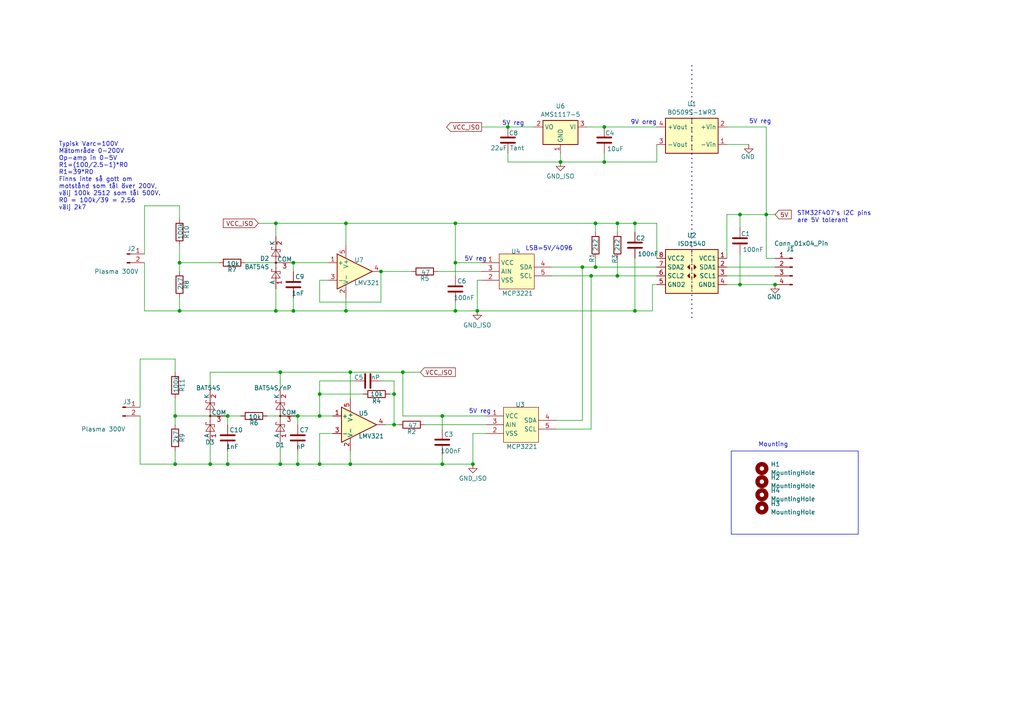
<source format=kicad_sch>
(kicad_sch
	(version 20231120)
	(generator "eeschema")
	(generator_version "8.0")
	(uuid "2f7c1153-70ce-434d-b080-3c6aade9d7b3")
	(paper "A4")
	(lib_symbols
		(symbol "Amplifier_Operational:LMV321"
			(pin_names
				(offset 0.127)
			)
			(exclude_from_sim no)
			(in_bom yes)
			(on_board yes)
			(property "Reference" "U"
				(at 0 5.08 0)
				(effects
					(font
						(size 1.27 1.27)
					)
					(justify left)
				)
			)
			(property "Value" "LMV321"
				(at 0 -5.08 0)
				(effects
					(font
						(size 1.27 1.27)
					)
					(justify left)
				)
			)
			(property "Footprint" ""
				(at 0 0 0)
				(effects
					(font
						(size 1.27 1.27)
					)
					(justify left)
					(hide yes)
				)
			)
			(property "Datasheet" "http://www.ti.com/lit/ds/symlink/lmv324.pdf"
				(at 0 0 0)
				(effects
					(font
						(size 1.27 1.27)
					)
					(hide yes)
				)
			)
			(property "Description" "Low-Voltage Rail-to-Rail Output Operational Amplifiers, SOT-23-5/SC-70-5"
				(at 0 0 0)
				(effects
					(font
						(size 1.27 1.27)
					)
					(hide yes)
				)
			)
			(property "ki_keywords" "single opamp"
				(at 0 0 0)
				(effects
					(font
						(size 1.27 1.27)
					)
					(hide yes)
				)
			)
			(property "ki_fp_filters" "SOT?23* *SC*70*"
				(at 0 0 0)
				(effects
					(font
						(size 1.27 1.27)
					)
					(hide yes)
				)
			)
			(symbol "LMV321_0_1"
				(polyline
					(pts
						(xy -5.08 5.08) (xy 5.08 0) (xy -5.08 -5.08) (xy -5.08 5.08)
					)
					(stroke
						(width 0.254)
						(type default)
					)
					(fill
						(type background)
					)
				)
				(pin power_in line
					(at -2.54 -7.62 90)
					(length 3.81)
					(name "V-"
						(effects
							(font
								(size 1.27 1.27)
							)
						)
					)
					(number "2"
						(effects
							(font
								(size 1.27 1.27)
							)
						)
					)
				)
				(pin power_in line
					(at -2.54 7.62 270)
					(length 3.81)
					(name "V+"
						(effects
							(font
								(size 1.27 1.27)
							)
						)
					)
					(number "5"
						(effects
							(font
								(size 1.27 1.27)
							)
						)
					)
				)
			)
			(symbol "LMV321_1_1"
				(pin input line
					(at -7.62 2.54 0)
					(length 2.54)
					(name "+"
						(effects
							(font
								(size 1.27 1.27)
							)
						)
					)
					(number "1"
						(effects
							(font
								(size 1.27 1.27)
							)
						)
					)
				)
				(pin input line
					(at -7.62 -2.54 0)
					(length 2.54)
					(name "-"
						(effects
							(font
								(size 1.27 1.27)
							)
						)
					)
					(number "3"
						(effects
							(font
								(size 1.27 1.27)
							)
						)
					)
				)
				(pin output line
					(at 7.62 0 180)
					(length 2.54)
					(name "~"
						(effects
							(font
								(size 1.27 1.27)
							)
						)
					)
					(number "4"
						(effects
							(font
								(size 1.27 1.27)
							)
						)
					)
				)
			)
		)
		(symbol "Connector:Conn_01x02_Pin"
			(pin_names
				(offset 1.016) hide)
			(exclude_from_sim no)
			(in_bom yes)
			(on_board yes)
			(property "Reference" "J"
				(at 0 2.54 0)
				(effects
					(font
						(size 1.27 1.27)
					)
				)
			)
			(property "Value" "Conn_01x02_Pin"
				(at 0 -5.08 0)
				(effects
					(font
						(size 1.27 1.27)
					)
				)
			)
			(property "Footprint" ""
				(at 0 0 0)
				(effects
					(font
						(size 1.27 1.27)
					)
					(hide yes)
				)
			)
			(property "Datasheet" "~"
				(at 0 0 0)
				(effects
					(font
						(size 1.27 1.27)
					)
					(hide yes)
				)
			)
			(property "Description" "Generic connector, single row, 01x02, script generated"
				(at 0 0 0)
				(effects
					(font
						(size 1.27 1.27)
					)
					(hide yes)
				)
			)
			(property "ki_locked" ""
				(at 0 0 0)
				(effects
					(font
						(size 1.27 1.27)
					)
				)
			)
			(property "ki_keywords" "connector"
				(at 0 0 0)
				(effects
					(font
						(size 1.27 1.27)
					)
					(hide yes)
				)
			)
			(property "ki_fp_filters" "Connector*:*_1x??_*"
				(at 0 0 0)
				(effects
					(font
						(size 1.27 1.27)
					)
					(hide yes)
				)
			)
			(symbol "Conn_01x02_Pin_1_1"
				(polyline
					(pts
						(xy 1.27 -2.54) (xy 0.8636 -2.54)
					)
					(stroke
						(width 0.1524)
						(type default)
					)
					(fill
						(type none)
					)
				)
				(polyline
					(pts
						(xy 1.27 0) (xy 0.8636 0)
					)
					(stroke
						(width 0.1524)
						(type default)
					)
					(fill
						(type none)
					)
				)
				(rectangle
					(start 0.8636 -2.413)
					(end 0 -2.667)
					(stroke
						(width 0.1524)
						(type default)
					)
					(fill
						(type outline)
					)
				)
				(rectangle
					(start 0.8636 0.127)
					(end 0 -0.127)
					(stroke
						(width 0.1524)
						(type default)
					)
					(fill
						(type outline)
					)
				)
				(pin passive line
					(at 5.08 0 180)
					(length 3.81)
					(name "Pin_1"
						(effects
							(font
								(size 1.27 1.27)
							)
						)
					)
					(number "1"
						(effects
							(font
								(size 1.27 1.27)
							)
						)
					)
				)
				(pin passive line
					(at 5.08 -2.54 180)
					(length 3.81)
					(name "Pin_2"
						(effects
							(font
								(size 1.27 1.27)
							)
						)
					)
					(number "2"
						(effects
							(font
								(size 1.27 1.27)
							)
						)
					)
				)
			)
		)
		(symbol "Connector:Conn_01x04_Pin"
			(pin_names
				(offset 1.016) hide)
			(exclude_from_sim no)
			(in_bom yes)
			(on_board yes)
			(property "Reference" "J"
				(at 0 5.08 0)
				(effects
					(font
						(size 1.27 1.27)
					)
				)
			)
			(property "Value" "Conn_01x04_Pin"
				(at 0 -7.62 0)
				(effects
					(font
						(size 1.27 1.27)
					)
				)
			)
			(property "Footprint" ""
				(at 0 0 0)
				(effects
					(font
						(size 1.27 1.27)
					)
					(hide yes)
				)
			)
			(property "Datasheet" "~"
				(at 0 0 0)
				(effects
					(font
						(size 1.27 1.27)
					)
					(hide yes)
				)
			)
			(property "Description" "Generic connector, single row, 01x04, script generated"
				(at 0 0 0)
				(effects
					(font
						(size 1.27 1.27)
					)
					(hide yes)
				)
			)
			(property "ki_locked" ""
				(at 0 0 0)
				(effects
					(font
						(size 1.27 1.27)
					)
				)
			)
			(property "ki_keywords" "connector"
				(at 0 0 0)
				(effects
					(font
						(size 1.27 1.27)
					)
					(hide yes)
				)
			)
			(property "ki_fp_filters" "Connector*:*_1x??_*"
				(at 0 0 0)
				(effects
					(font
						(size 1.27 1.27)
					)
					(hide yes)
				)
			)
			(symbol "Conn_01x04_Pin_1_1"
				(polyline
					(pts
						(xy 1.27 -5.08) (xy 0.8636 -5.08)
					)
					(stroke
						(width 0.1524)
						(type default)
					)
					(fill
						(type none)
					)
				)
				(polyline
					(pts
						(xy 1.27 -2.54) (xy 0.8636 -2.54)
					)
					(stroke
						(width 0.1524)
						(type default)
					)
					(fill
						(type none)
					)
				)
				(polyline
					(pts
						(xy 1.27 0) (xy 0.8636 0)
					)
					(stroke
						(width 0.1524)
						(type default)
					)
					(fill
						(type none)
					)
				)
				(polyline
					(pts
						(xy 1.27 2.54) (xy 0.8636 2.54)
					)
					(stroke
						(width 0.1524)
						(type default)
					)
					(fill
						(type none)
					)
				)
				(rectangle
					(start 0.8636 -4.953)
					(end 0 -5.207)
					(stroke
						(width 0.1524)
						(type default)
					)
					(fill
						(type outline)
					)
				)
				(rectangle
					(start 0.8636 -2.413)
					(end 0 -2.667)
					(stroke
						(width 0.1524)
						(type default)
					)
					(fill
						(type outline)
					)
				)
				(rectangle
					(start 0.8636 0.127)
					(end 0 -0.127)
					(stroke
						(width 0.1524)
						(type default)
					)
					(fill
						(type outline)
					)
				)
				(rectangle
					(start 0.8636 2.667)
					(end 0 2.413)
					(stroke
						(width 0.1524)
						(type default)
					)
					(fill
						(type outline)
					)
				)
				(pin passive line
					(at 5.08 2.54 180)
					(length 3.81)
					(name "Pin_1"
						(effects
							(font
								(size 1.27 1.27)
							)
						)
					)
					(number "1"
						(effects
							(font
								(size 1.27 1.27)
							)
						)
					)
				)
				(pin passive line
					(at 5.08 0 180)
					(length 3.81)
					(name "Pin_2"
						(effects
							(font
								(size 1.27 1.27)
							)
						)
					)
					(number "2"
						(effects
							(font
								(size 1.27 1.27)
							)
						)
					)
				)
				(pin passive line
					(at 5.08 -2.54 180)
					(length 3.81)
					(name "Pin_3"
						(effects
							(font
								(size 1.27 1.27)
							)
						)
					)
					(number "3"
						(effects
							(font
								(size 1.27 1.27)
							)
						)
					)
				)
				(pin passive line
					(at 5.08 -5.08 180)
					(length 3.81)
					(name "Pin_4"
						(effects
							(font
								(size 1.27 1.27)
							)
						)
					)
					(number "4"
						(effects
							(font
								(size 1.27 1.27)
							)
						)
					)
				)
			)
		)
		(symbol "Converter_DCDC:TEA1-0505"
			(exclude_from_sim no)
			(in_bom yes)
			(on_board yes)
			(property "Reference" "U"
				(at -7.62 6.35 0)
				(effects
					(font
						(size 1.27 1.27)
					)
					(justify left)
				)
			)
			(property "Value" "TEA1-0505"
				(at -2.54 6.35 0)
				(effects
					(font
						(size 1.27 1.27)
					)
					(justify left)
				)
			)
			(property "Footprint" "Converter_DCDC:Converter_DCDC_TRACO_TEA1-xxxx_THT"
				(at 0 -8.89 0)
				(effects
					(font
						(size 1.27 1.27)
					)
					(hide yes)
				)
			)
			(property "Datasheet" "https://www.tracopower.com/products/tea1.pdf"
				(at 0 -6.35 0)
				(effects
					(font
						(size 1.27 1.27)
					)
					(hide yes)
				)
			)
			(property "Description" "1W DC/DC converter unregulated, 4.5-5.5V input, 5V output voltage, 200mA output, 1.5kVDC isolation, SIP-4"
				(at 0 0 0)
				(effects
					(font
						(size 1.27 1.27)
					)
					(hide yes)
				)
			)
			(property "ki_keywords" "Traco isolated isolation dc-dc converter not-regulated non-regulated single 1W"
				(at 0 0 0)
				(effects
					(font
						(size 1.27 1.27)
					)
					(hide yes)
				)
			)
			(property "ki_fp_filters" "Converter*DCDC*TRACO*TEA1*THT*"
				(at 0 0 0)
				(effects
					(font
						(size 1.27 1.27)
					)
					(hide yes)
				)
			)
			(symbol "TEA1-0505_0_0"
				(pin power_in line
					(at -10.16 -2.54 0)
					(length 2.54)
					(name "-Vin"
						(effects
							(font
								(size 1.27 1.27)
							)
						)
					)
					(number "1"
						(effects
							(font
								(size 1.27 1.27)
							)
						)
					)
				)
				(pin power_in line
					(at -10.16 2.54 0)
					(length 2.54)
					(name "+Vin"
						(effects
							(font
								(size 1.27 1.27)
							)
						)
					)
					(number "2"
						(effects
							(font
								(size 1.27 1.27)
							)
						)
					)
				)
				(pin power_out line
					(at 10.16 -2.54 180)
					(length 2.54)
					(name "-Vout"
						(effects
							(font
								(size 1.27 1.27)
							)
						)
					)
					(number "3"
						(effects
							(font
								(size 1.27 1.27)
							)
						)
					)
				)
				(pin power_out line
					(at 10.16 2.54 180)
					(length 2.54)
					(name "+Vout"
						(effects
							(font
								(size 1.27 1.27)
							)
						)
					)
					(number "4"
						(effects
							(font
								(size 1.27 1.27)
							)
						)
					)
				)
			)
			(symbol "TEA1-0505_0_1"
				(rectangle
					(start -7.62 5.08)
					(end 7.62 -5.08)
					(stroke
						(width 0.254)
						(type default)
					)
					(fill
						(type background)
					)
				)
				(polyline
					(pts
						(xy 0 -2.54) (xy 0 -3.81)
					)
					(stroke
						(width 0)
						(type default)
					)
					(fill
						(type none)
					)
				)
				(polyline
					(pts
						(xy 0 0) (xy 0 -1.27)
					)
					(stroke
						(width 0)
						(type default)
					)
					(fill
						(type none)
					)
				)
				(polyline
					(pts
						(xy 0 2.54) (xy 0 1.27)
					)
					(stroke
						(width 0)
						(type default)
					)
					(fill
						(type none)
					)
				)
				(polyline
					(pts
						(xy 0 5.08) (xy 0 3.81)
					)
					(stroke
						(width 0)
						(type default)
					)
					(fill
						(type none)
					)
				)
			)
		)
		(symbol "Device:C"
			(pin_numbers hide)
			(pin_names
				(offset 0.254)
			)
			(exclude_from_sim no)
			(in_bom yes)
			(on_board yes)
			(property "Reference" "C"
				(at 0.635 2.54 0)
				(effects
					(font
						(size 1.27 1.27)
					)
					(justify left)
				)
			)
			(property "Value" "C"
				(at 0.635 -2.54 0)
				(effects
					(font
						(size 1.27 1.27)
					)
					(justify left)
				)
			)
			(property "Footprint" ""
				(at 0.9652 -3.81 0)
				(effects
					(font
						(size 1.27 1.27)
					)
					(hide yes)
				)
			)
			(property "Datasheet" "~"
				(at 0 0 0)
				(effects
					(font
						(size 1.27 1.27)
					)
					(hide yes)
				)
			)
			(property "Description" "Unpolarized capacitor"
				(at 0 0 0)
				(effects
					(font
						(size 1.27 1.27)
					)
					(hide yes)
				)
			)
			(property "ki_keywords" "cap capacitor"
				(at 0 0 0)
				(effects
					(font
						(size 1.27 1.27)
					)
					(hide yes)
				)
			)
			(property "ki_fp_filters" "C_*"
				(at 0 0 0)
				(effects
					(font
						(size 1.27 1.27)
					)
					(hide yes)
				)
			)
			(symbol "C_0_1"
				(polyline
					(pts
						(xy -2.032 -0.762) (xy 2.032 -0.762)
					)
					(stroke
						(width 0.508)
						(type default)
					)
					(fill
						(type none)
					)
				)
				(polyline
					(pts
						(xy -2.032 0.762) (xy 2.032 0.762)
					)
					(stroke
						(width 0.508)
						(type default)
					)
					(fill
						(type none)
					)
				)
			)
			(symbol "C_1_1"
				(pin passive line
					(at 0 3.81 270)
					(length 2.794)
					(name "~"
						(effects
							(font
								(size 1.27 1.27)
							)
						)
					)
					(number "1"
						(effects
							(font
								(size 1.27 1.27)
							)
						)
					)
				)
				(pin passive line
					(at 0 -3.81 90)
					(length 2.794)
					(name "~"
						(effects
							(font
								(size 1.27 1.27)
							)
						)
					)
					(number "2"
						(effects
							(font
								(size 1.27 1.27)
							)
						)
					)
				)
			)
		)
		(symbol "Device:R"
			(pin_numbers hide)
			(pin_names
				(offset 0)
			)
			(exclude_from_sim no)
			(in_bom yes)
			(on_board yes)
			(property "Reference" "R"
				(at 2.032 0 90)
				(effects
					(font
						(size 1.27 1.27)
					)
				)
			)
			(property "Value" "R"
				(at 0 0 90)
				(effects
					(font
						(size 1.27 1.27)
					)
				)
			)
			(property "Footprint" ""
				(at -1.778 0 90)
				(effects
					(font
						(size 1.27 1.27)
					)
					(hide yes)
				)
			)
			(property "Datasheet" "~"
				(at 0 0 0)
				(effects
					(font
						(size 1.27 1.27)
					)
					(hide yes)
				)
			)
			(property "Description" "Resistor"
				(at 0 0 0)
				(effects
					(font
						(size 1.27 1.27)
					)
					(hide yes)
				)
			)
			(property "ki_keywords" "R res resistor"
				(at 0 0 0)
				(effects
					(font
						(size 1.27 1.27)
					)
					(hide yes)
				)
			)
			(property "ki_fp_filters" "R_*"
				(at 0 0 0)
				(effects
					(font
						(size 1.27 1.27)
					)
					(hide yes)
				)
			)
			(symbol "R_0_1"
				(rectangle
					(start -1.016 -2.54)
					(end 1.016 2.54)
					(stroke
						(width 0.254)
						(type default)
					)
					(fill
						(type none)
					)
				)
			)
			(symbol "R_1_1"
				(pin passive line
					(at 0 3.81 270)
					(length 1.27)
					(name "~"
						(effects
							(font
								(size 1.27 1.27)
							)
						)
					)
					(number "1"
						(effects
							(font
								(size 1.27 1.27)
							)
						)
					)
				)
				(pin passive line
					(at 0 -3.81 90)
					(length 1.27)
					(name "~"
						(effects
							(font
								(size 1.27 1.27)
							)
						)
					)
					(number "2"
						(effects
							(font
								(size 1.27 1.27)
							)
						)
					)
				)
			)
		)
		(symbol "Diode:BAT54S"
			(pin_names
				(offset 0)
			)
			(exclude_from_sim no)
			(in_bom yes)
			(on_board yes)
			(property "Reference" "D"
				(at 2.54 -5.08 0)
				(effects
					(font
						(size 1.27 1.27)
					)
					(justify left)
				)
			)
			(property "Value" "BAT54S"
				(at -6.35 3.175 0)
				(effects
					(font
						(size 1.27 1.27)
					)
					(justify left)
				)
			)
			(property "Footprint" "Package_TO_SOT_SMD:SOT-23"
				(at 1.905 3.175 0)
				(effects
					(font
						(size 1.27 1.27)
					)
					(justify left)
					(hide yes)
				)
			)
			(property "Datasheet" "https://www.diodes.com/assets/Datasheets/ds11005.pdf"
				(at -3.048 0 0)
				(effects
					(font
						(size 1.27 1.27)
					)
					(hide yes)
				)
			)
			(property "Description" "Vr 30V, If 200mA, Dual schottky barrier diode, in series, SOT-323"
				(at 0 0 0)
				(effects
					(font
						(size 1.27 1.27)
					)
					(hide yes)
				)
			)
			(property "ki_keywords" "schottky diode"
				(at 0 0 0)
				(effects
					(font
						(size 1.27 1.27)
					)
					(hide yes)
				)
			)
			(property "ki_fp_filters" "SOT?23*"
				(at 0 0 0)
				(effects
					(font
						(size 1.27 1.27)
					)
					(hide yes)
				)
			)
			(symbol "BAT54S_0_1"
				(polyline
					(pts
						(xy -3.81 0) (xy -1.27 0)
					)
					(stroke
						(width 0)
						(type default)
					)
					(fill
						(type none)
					)
				)
				(polyline
					(pts
						(xy -3.175 -1.27) (xy -3.175 -1.016)
					)
					(stroke
						(width 0)
						(type default)
					)
					(fill
						(type none)
					)
				)
				(polyline
					(pts
						(xy -2.54 -1.27) (xy -3.175 -1.27)
					)
					(stroke
						(width 0)
						(type default)
					)
					(fill
						(type none)
					)
				)
				(polyline
					(pts
						(xy -2.54 -1.27) (xy -2.54 1.27)
					)
					(stroke
						(width 0)
						(type default)
					)
					(fill
						(type none)
					)
				)
				(polyline
					(pts
						(xy -2.54 1.27) (xy -1.905 1.27)
					)
					(stroke
						(width 0)
						(type default)
					)
					(fill
						(type none)
					)
				)
				(polyline
					(pts
						(xy -1.905 0) (xy 1.905 0)
					)
					(stroke
						(width 0)
						(type default)
					)
					(fill
						(type none)
					)
				)
				(polyline
					(pts
						(xy -1.905 1.27) (xy -1.905 1.016)
					)
					(stroke
						(width 0)
						(type default)
					)
					(fill
						(type none)
					)
				)
				(polyline
					(pts
						(xy 1.27 0) (xy 3.81 0)
					)
					(stroke
						(width 0)
						(type default)
					)
					(fill
						(type none)
					)
				)
				(polyline
					(pts
						(xy 3.175 -1.27) (xy 3.175 -1.016)
					)
					(stroke
						(width 0)
						(type default)
					)
					(fill
						(type none)
					)
				)
				(polyline
					(pts
						(xy 3.81 -1.27) (xy 3.175 -1.27)
					)
					(stroke
						(width 0)
						(type default)
					)
					(fill
						(type none)
					)
				)
				(polyline
					(pts
						(xy 3.81 -1.27) (xy 3.81 1.27)
					)
					(stroke
						(width 0)
						(type default)
					)
					(fill
						(type none)
					)
				)
				(polyline
					(pts
						(xy 3.81 1.27) (xy 4.445 1.27)
					)
					(stroke
						(width 0)
						(type default)
					)
					(fill
						(type none)
					)
				)
				(polyline
					(pts
						(xy 4.445 1.27) (xy 4.445 1.016)
					)
					(stroke
						(width 0)
						(type default)
					)
					(fill
						(type none)
					)
				)
				(polyline
					(pts
						(xy -4.445 1.27) (xy -4.445 -1.27) (xy -2.54 0) (xy -4.445 1.27)
					)
					(stroke
						(width 0)
						(type default)
					)
					(fill
						(type none)
					)
				)
				(polyline
					(pts
						(xy 1.905 1.27) (xy 1.905 -1.27) (xy 3.81 0) (xy 1.905 1.27)
					)
					(stroke
						(width 0)
						(type default)
					)
					(fill
						(type none)
					)
				)
				(circle
					(center 0 0)
					(radius 0.254)
					(stroke
						(width 0)
						(type default)
					)
					(fill
						(type outline)
					)
				)
			)
			(symbol "BAT54S_1_1"
				(pin passive line
					(at -7.62 0 0)
					(length 3.81)
					(name "A"
						(effects
							(font
								(size 1.27 1.27)
							)
						)
					)
					(number "1"
						(effects
							(font
								(size 1.27 1.27)
							)
						)
					)
				)
				(pin passive line
					(at 7.62 0 180)
					(length 3.81)
					(name "K"
						(effects
							(font
								(size 1.27 1.27)
							)
						)
					)
					(number "2"
						(effects
							(font
								(size 1.27 1.27)
							)
						)
					)
				)
				(pin passive line
					(at 0 -5.08 90)
					(length 5.08)
					(name "COM"
						(effects
							(font
								(size 1.27 1.27)
							)
						)
					)
					(number "3"
						(effects
							(font
								(size 1.27 1.27)
							)
						)
					)
				)
			)
		)
		(symbol "HakansLibrary:MCP3221"
			(exclude_from_sim no)
			(in_bom yes)
			(on_board yes)
			(property "Reference" "U"
				(at 0 0 0)
				(effects
					(font
						(size 1.27 1.27)
					)
				)
			)
			(property "Value" "MCP3221"
				(at 0.254 -6.096 0)
				(effects
					(font
						(size 1.27 1.27)
					)
				)
			)
			(property "Footprint" ""
				(at 0 0 0)
				(effects
					(font
						(size 1.27 1.27)
					)
					(hide yes)
				)
			)
			(property "Datasheet" ""
				(at 0 0 0)
				(effects
					(font
						(size 1.27 1.27)
					)
					(hide yes)
				)
			)
			(property "Description" ""
				(at 0 0 0)
				(effects
					(font
						(size 1.27 1.27)
					)
					(hide yes)
				)
			)
			(symbol "MCP3221_1_1"
				(rectangle
					(start -5.08 5.08)
					(end 5.08 -5.08)
					(stroke
						(width 0)
						(type default)
					)
					(fill
						(type background)
					)
				)
				(pin input line
					(at -10.16 2.54 0)
					(length 5.08)
					(name "VCC"
						(effects
							(font
								(size 1.27 1.27)
							)
						)
					)
					(number "1"
						(effects
							(font
								(size 1.27 1.27)
							)
						)
					)
				)
				(pin input line
					(at -10.16 -2.54 0)
					(length 5.08)
					(name "VSS"
						(effects
							(font
								(size 1.27 1.27)
							)
						)
					)
					(number "2"
						(effects
							(font
								(size 1.27 1.27)
							)
						)
					)
				)
				(pin input line
					(at -10.16 0 0)
					(length 5.08)
					(name "AIN"
						(effects
							(font
								(size 1.27 1.27)
							)
						)
					)
					(number "3"
						(effects
							(font
								(size 1.27 1.27)
							)
						)
					)
				)
				(pin bidirectional line
					(at 10.16 1.27 180)
					(length 5.08)
					(name "SDA"
						(effects
							(font
								(size 1.27 1.27)
							)
						)
					)
					(number "4"
						(effects
							(font
								(size 1.27 1.27)
							)
						)
					)
				)
				(pin input line
					(at 10.16 -1.27 180)
					(length 5.08)
					(name "SCL"
						(effects
							(font
								(size 1.27 1.27)
							)
						)
					)
					(number "5"
						(effects
							(font
								(size 1.27 1.27)
							)
						)
					)
				)
			)
		)
		(symbol "Isolator:ISO1540"
			(exclude_from_sim no)
			(in_bom yes)
			(on_board yes)
			(property "Reference" "U"
				(at -6.35 6.35 0)
				(effects
					(font
						(size 1.27 1.27)
					)
				)
			)
			(property "Value" "ISO1540"
				(at 3.81 6.35 0)
				(effects
					(font
						(size 1.27 1.27)
					)
				)
			)
			(property "Footprint" "Package_SO:SOIC-8_3.9x4.9mm_P1.27mm"
				(at 0 -8.89 0)
				(effects
					(font
						(size 1.27 1.27)
					)
					(hide yes)
				)
			)
			(property "Datasheet" "http://www.ti.com/lit/ds/symlink/iso1541.pdf"
				(at 0 1.27 0)
				(effects
					(font
						(size 1.27 1.27)
					)
					(hide yes)
				)
			)
			(property "Description" "I2C Isolator, 2.5 kVrms, Bidirectional clock and data, SOIC-8"
				(at 0 0 0)
				(effects
					(font
						(size 1.27 1.27)
					)
					(hide yes)
				)
			)
			(property "ki_keywords" "digital isolator i2c"
				(at 0 0 0)
				(effects
					(font
						(size 1.27 1.27)
					)
					(hide yes)
				)
			)
			(property "ki_fp_filters" "SOIC*3.9x4.9mm*P1.27mm*"
				(at 0 0 0)
				(effects
					(font
						(size 1.27 1.27)
					)
					(hide yes)
				)
			)
			(symbol "ISO1540_0_1"
				(rectangle
					(start -7.62 5.08)
					(end 7.62 -7.62)
					(stroke
						(width 0.254)
						(type default)
					)
					(fill
						(type background)
					)
				)
				(rectangle
					(start 0 -5.08)
					(end 0 -6.35)
					(stroke
						(width 0)
						(type default)
					)
					(fill
						(type none)
					)
				)
				(polyline
					(pts
						(xy 0 -2.54) (xy 0 -3.81)
					)
					(stroke
						(width 0)
						(type default)
					)
					(fill
						(type none)
					)
				)
				(polyline
					(pts
						(xy 0 0) (xy 0 -1.27)
					)
					(stroke
						(width 0)
						(type default)
					)
					(fill
						(type none)
					)
				)
				(polyline
					(pts
						(xy 0 2.54) (xy 0 1.27)
					)
					(stroke
						(width 0)
						(type default)
					)
					(fill
						(type none)
					)
				)
				(polyline
					(pts
						(xy 0 5.08) (xy 0 3.81)
					)
					(stroke
						(width 0)
						(type default)
					)
					(fill
						(type none)
					)
				)
				(polyline
					(pts
						(xy -0.635 0.635) (xy -1.27 0) (xy -0.635 -0.635) (xy -0.635 0.635)
					)
					(stroke
						(width 0)
						(type default)
					)
					(fill
						(type outline)
					)
				)
				(polyline
					(pts
						(xy 0.635 -1.905) (xy 1.27 -2.54) (xy 0.635 -3.175) (xy 0.635 -1.905)
					)
					(stroke
						(width 0)
						(type default)
					)
					(fill
						(type outline)
					)
				)
				(polyline
					(pts
						(xy 0.635 0.635) (xy 1.27 0) (xy 0.635 -0.635) (xy 0.635 0.635)
					)
					(stroke
						(width 0)
						(type default)
					)
					(fill
						(type outline)
					)
				)
			)
			(symbol "ISO1540_1_1"
				(polyline
					(pts
						(xy -0.635 -1.905) (xy -1.27 -2.54) (xy -0.635 -3.175) (xy -0.635 -1.905)
					)
					(stroke
						(width 0)
						(type default)
					)
					(fill
						(type outline)
					)
				)
				(pin power_in line
					(at -10.16 2.54 0)
					(length 2.54)
					(name "VCC1"
						(effects
							(font
								(size 1.27 1.27)
							)
						)
					)
					(number "1"
						(effects
							(font
								(size 1.27 1.27)
							)
						)
					)
				)
				(pin bidirectional line
					(at -10.16 0 0)
					(length 2.54)
					(name "SDA1"
						(effects
							(font
								(size 1.27 1.27)
							)
						)
					)
					(number "2"
						(effects
							(font
								(size 1.27 1.27)
							)
						)
					)
				)
				(pin bidirectional line
					(at -10.16 -2.54 0)
					(length 2.54)
					(name "SCL1"
						(effects
							(font
								(size 1.27 1.27)
							)
						)
					)
					(number "3"
						(effects
							(font
								(size 1.27 1.27)
							)
						)
					)
				)
				(pin power_in line
					(at -10.16 -5.08 0)
					(length 2.54)
					(name "GND1"
						(effects
							(font
								(size 1.27 1.27)
							)
						)
					)
					(number "4"
						(effects
							(font
								(size 1.27 1.27)
							)
						)
					)
				)
				(pin power_in line
					(at 10.16 -5.08 180)
					(length 2.54)
					(name "GND2"
						(effects
							(font
								(size 1.27 1.27)
							)
						)
					)
					(number "5"
						(effects
							(font
								(size 1.27 1.27)
							)
						)
					)
				)
				(pin bidirectional line
					(at 10.16 -2.54 180)
					(length 2.54)
					(name "SCL2"
						(effects
							(font
								(size 1.27 1.27)
							)
						)
					)
					(number "6"
						(effects
							(font
								(size 1.27 1.27)
							)
						)
					)
				)
				(pin bidirectional line
					(at 10.16 0 180)
					(length 2.54)
					(name "SDA2"
						(effects
							(font
								(size 1.27 1.27)
							)
						)
					)
					(number "7"
						(effects
							(font
								(size 1.27 1.27)
							)
						)
					)
				)
				(pin power_in line
					(at 10.16 2.54 180)
					(length 2.54)
					(name "VCC2"
						(effects
							(font
								(size 1.27 1.27)
							)
						)
					)
					(number "8"
						(effects
							(font
								(size 1.27 1.27)
							)
						)
					)
				)
			)
		)
		(symbol "Mechanical:MountingHole"
			(pin_names
				(offset 1.016)
			)
			(exclude_from_sim yes)
			(in_bom no)
			(on_board yes)
			(property "Reference" "H"
				(at 0 5.08 0)
				(effects
					(font
						(size 1.27 1.27)
					)
				)
			)
			(property "Value" "MountingHole"
				(at 0 3.175 0)
				(effects
					(font
						(size 1.27 1.27)
					)
				)
			)
			(property "Footprint" ""
				(at 0 0 0)
				(effects
					(font
						(size 1.27 1.27)
					)
					(hide yes)
				)
			)
			(property "Datasheet" "~"
				(at 0 0 0)
				(effects
					(font
						(size 1.27 1.27)
					)
					(hide yes)
				)
			)
			(property "Description" "Mounting Hole without connection"
				(at 0 0 0)
				(effects
					(font
						(size 1.27 1.27)
					)
					(hide yes)
				)
			)
			(property "ki_keywords" "mounting hole"
				(at 0 0 0)
				(effects
					(font
						(size 1.27 1.27)
					)
					(hide yes)
				)
			)
			(property "ki_fp_filters" "MountingHole*"
				(at 0 0 0)
				(effects
					(font
						(size 1.27 1.27)
					)
					(hide yes)
				)
			)
			(symbol "MountingHole_0_1"
				(circle
					(center 0 0)
					(radius 1.27)
					(stroke
						(width 1.27)
						(type default)
					)
					(fill
						(type none)
					)
				)
			)
		)
		(symbol "Regulator_Linear:AMS1117-3.3"
			(exclude_from_sim no)
			(in_bom yes)
			(on_board yes)
			(property "Reference" "U"
				(at -3.81 3.175 0)
				(effects
					(font
						(size 1.27 1.27)
					)
				)
			)
			(property "Value" "AMS1117-3.3"
				(at 0 3.175 0)
				(effects
					(font
						(size 1.27 1.27)
					)
					(justify left)
				)
			)
			(property "Footprint" "Package_TO_SOT_SMD:SOT-223-3_TabPin2"
				(at 0 5.08 0)
				(effects
					(font
						(size 1.27 1.27)
					)
					(hide yes)
				)
			)
			(property "Datasheet" "http://www.advanced-monolithic.com/pdf/ds1117.pdf"
				(at 2.54 -6.35 0)
				(effects
					(font
						(size 1.27 1.27)
					)
					(hide yes)
				)
			)
			(property "Description" "1A Low Dropout regulator, positive, 3.3V fixed output, SOT-223"
				(at 0 0 0)
				(effects
					(font
						(size 1.27 1.27)
					)
					(hide yes)
				)
			)
			(property "ki_keywords" "linear regulator ldo fixed positive"
				(at 0 0 0)
				(effects
					(font
						(size 1.27 1.27)
					)
					(hide yes)
				)
			)
			(property "ki_fp_filters" "SOT?223*TabPin2*"
				(at 0 0 0)
				(effects
					(font
						(size 1.27 1.27)
					)
					(hide yes)
				)
			)
			(symbol "AMS1117-3.3_0_1"
				(rectangle
					(start -5.08 -5.08)
					(end 5.08 1.905)
					(stroke
						(width 0.254)
						(type default)
					)
					(fill
						(type background)
					)
				)
			)
			(symbol "AMS1117-3.3_1_1"
				(pin power_in line
					(at 0 -7.62 90)
					(length 2.54)
					(name "GND"
						(effects
							(font
								(size 1.27 1.27)
							)
						)
					)
					(number "1"
						(effects
							(font
								(size 1.27 1.27)
							)
						)
					)
				)
				(pin power_out line
					(at 7.62 0 180)
					(length 2.54)
					(name "VO"
						(effects
							(font
								(size 1.27 1.27)
							)
						)
					)
					(number "2"
						(effects
							(font
								(size 1.27 1.27)
							)
						)
					)
				)
				(pin power_in line
					(at -7.62 0 0)
					(length 2.54)
					(name "VI"
						(effects
							(font
								(size 1.27 1.27)
							)
						)
					)
					(number "3"
						(effects
							(font
								(size 1.27 1.27)
							)
						)
					)
				)
			)
		)
		(symbol "power:GND"
			(power)
			(pin_numbers hide)
			(pin_names
				(offset 0) hide)
			(exclude_from_sim no)
			(in_bom yes)
			(on_board yes)
			(property "Reference" "#PWR"
				(at 0 -6.35 0)
				(effects
					(font
						(size 1.27 1.27)
					)
					(hide yes)
				)
			)
			(property "Value" "GND"
				(at 0 -3.81 0)
				(effects
					(font
						(size 1.27 1.27)
					)
				)
			)
			(property "Footprint" ""
				(at 0 0 0)
				(effects
					(font
						(size 1.27 1.27)
					)
					(hide yes)
				)
			)
			(property "Datasheet" ""
				(at 0 0 0)
				(effects
					(font
						(size 1.27 1.27)
					)
					(hide yes)
				)
			)
			(property "Description" "Power symbol creates a global label with name \"GND\" , ground"
				(at 0 0 0)
				(effects
					(font
						(size 1.27 1.27)
					)
					(hide yes)
				)
			)
			(property "ki_keywords" "global power"
				(at 0 0 0)
				(effects
					(font
						(size 1.27 1.27)
					)
					(hide yes)
				)
			)
			(symbol "GND_0_1"
				(polyline
					(pts
						(xy 0 0) (xy 0 -1.27) (xy 1.27 -1.27) (xy 0 -2.54) (xy -1.27 -1.27) (xy 0 -1.27)
					)
					(stroke
						(width 0)
						(type default)
					)
					(fill
						(type none)
					)
				)
			)
			(symbol "GND_1_1"
				(pin power_in line
					(at 0 0 270)
					(length 0)
					(name "~"
						(effects
							(font
								(size 1.27 1.27)
							)
						)
					)
					(number "1"
						(effects
							(font
								(size 1.27 1.27)
							)
						)
					)
				)
			)
		)
		(symbol "power:GND1"
			(power)
			(pin_numbers hide)
			(pin_names
				(offset 0) hide)
			(exclude_from_sim no)
			(in_bom yes)
			(on_board yes)
			(property "Reference" "#PWR"
				(at 0 -6.35 0)
				(effects
					(font
						(size 1.27 1.27)
					)
					(hide yes)
				)
			)
			(property "Value" "GND1"
				(at 0 -3.81 0)
				(effects
					(font
						(size 1.27 1.27)
					)
				)
			)
			(property "Footprint" ""
				(at 0 0 0)
				(effects
					(font
						(size 1.27 1.27)
					)
					(hide yes)
				)
			)
			(property "Datasheet" ""
				(at 0 0 0)
				(effects
					(font
						(size 1.27 1.27)
					)
					(hide yes)
				)
			)
			(property "Description" "Power symbol creates a global label with name \"GND1\" , ground"
				(at 0 0 0)
				(effects
					(font
						(size 1.27 1.27)
					)
					(hide yes)
				)
			)
			(property "ki_keywords" "global power"
				(at 0 0 0)
				(effects
					(font
						(size 1.27 1.27)
					)
					(hide yes)
				)
			)
			(symbol "GND1_0_1"
				(polyline
					(pts
						(xy 0 0) (xy 0 -1.27) (xy 1.27 -1.27) (xy 0 -2.54) (xy -1.27 -1.27) (xy 0 -1.27)
					)
					(stroke
						(width 0)
						(type default)
					)
					(fill
						(type none)
					)
				)
			)
			(symbol "GND1_1_1"
				(pin power_in line
					(at 0 0 270)
					(length 0)
					(name "~"
						(effects
							(font
								(size 1.27 1.27)
							)
						)
					)
					(number "1"
						(effects
							(font
								(size 1.27 1.27)
							)
						)
					)
				)
			)
		)
	)
	(junction
		(at 175.26 36.83)
		(diameter 0)
		(color 0 0 0 0)
		(uuid "04605b74-d893-413d-977b-45295784f62e")
	)
	(junction
		(at 101.6 134.62)
		(diameter 0)
		(color 0 0 0 0)
		(uuid "0f325963-e1fc-4261-9a3a-c6011ea76907")
	)
	(junction
		(at 114.3 114.3)
		(diameter 0)
		(color 0 0 0 0)
		(uuid "110170d4-e82c-4f5d-8573-64ee9ec1a0b2")
	)
	(junction
		(at 175.26 46.99)
		(diameter 0)
		(color 0 0 0 0)
		(uuid "15b3247d-2f54-4572-9e75-28c11daee088")
	)
	(junction
		(at 101.6 107.95)
		(diameter 0)
		(color 0 0 0 0)
		(uuid "1b8f49b6-d7d6-4db6-9d94-d54feb1f6665")
	)
	(junction
		(at 128.27 134.62)
		(diameter 0)
		(color 0 0 0 0)
		(uuid "217bfd4a-f079-446d-ab8d-a810136bc29d")
	)
	(junction
		(at 138.43 90.17)
		(diameter 0)
		(color 0 0 0 0)
		(uuid "2a5dc2b2-c88d-41cb-baca-a15f06f06989")
	)
	(junction
		(at 171.45 80.01)
		(diameter 0)
		(color 0 0 0 0)
		(uuid "3b105aa7-5abc-4509-a561-0053b72f358d")
	)
	(junction
		(at 85.09 76.2)
		(diameter 0)
		(color 0 0 0 0)
		(uuid "3f9b4f31-710c-49cd-9e10-bf52353c7f9c")
	)
	(junction
		(at 147.32 36.83)
		(diameter 0)
		(color 0 0 0 0)
		(uuid "407eddcb-930d-4c52-94b4-96f8b9a0896e")
	)
	(junction
		(at 184.15 90.17)
		(diameter 0)
		(color 0 0 0 0)
		(uuid "478de721-a729-492f-a034-60e62ecafa5b")
	)
	(junction
		(at 92.71 120.65)
		(diameter 0)
		(color 0 0 0 0)
		(uuid "530f8c3a-a3ef-465b-baf8-d7627e00a2f7")
	)
	(junction
		(at 92.71 134.62)
		(diameter 0)
		(color 0 0 0 0)
		(uuid "57a37849-2c5d-4adb-a386-b613573eb656")
	)
	(junction
		(at 132.08 76.2)
		(diameter 0)
		(color 0 0 0 0)
		(uuid "5d865157-b536-414e-85ba-d55931a97768")
	)
	(junction
		(at 128.27 120.65)
		(diameter 0)
		(color 0 0 0 0)
		(uuid "62054f79-5ee7-4d36-a34f-c298597175e7")
	)
	(junction
		(at 132.08 64.77)
		(diameter 0)
		(color 0 0 0 0)
		(uuid "64d32385-d896-4224-878f-0895fe5bef82")
	)
	(junction
		(at 137.16 134.62)
		(diameter 0)
		(color 0 0 0 0)
		(uuid "650c2517-9600-49ed-a19b-860dddc72e01")
	)
	(junction
		(at 172.72 64.77)
		(diameter 0)
		(color 0 0 0 0)
		(uuid "6b13d4e1-e458-458c-b92e-5494a9ad5475")
	)
	(junction
		(at 132.08 90.17)
		(diameter 0)
		(color 0 0 0 0)
		(uuid "6bb5b76f-9e74-43a0-bcac-eb6673a6959b")
	)
	(junction
		(at 224.79 82.55)
		(diameter 0)
		(color 0 0 0 0)
		(uuid "80087621-6776-49c0-8267-0f2d8e6b7ec4")
	)
	(junction
		(at 100.33 90.17)
		(diameter 0)
		(color 0 0 0 0)
		(uuid "871999c9-3542-4ed6-8dd4-09d6a9ef3287")
	)
	(junction
		(at 222.25 62.23)
		(diameter 0)
		(color 0 0 0 0)
		(uuid "9376b68a-6106-47f1-8d08-7af6479c8aa3")
	)
	(junction
		(at 50.8 120.65)
		(diameter 0)
		(color 0 0 0 0)
		(uuid "9b85cf1c-cab3-4564-b0d1-c43de949c84a")
	)
	(junction
		(at 214.63 82.55)
		(diameter 0)
		(color 0 0 0 0)
		(uuid "a392d238-016c-4fd2-8c9a-f3ea0888fc82")
	)
	(junction
		(at 80.01 90.17)
		(diameter 0)
		(color 0 0 0 0)
		(uuid "a55831b6-8b76-45d9-bc13-738bd2b8d10d")
	)
	(junction
		(at 66.04 134.62)
		(diameter 0)
		(color 0 0 0 0)
		(uuid "a7ce4103-0efa-48dd-961f-84535f3275a0")
	)
	(junction
		(at 179.07 64.77)
		(diameter 0)
		(color 0 0 0 0)
		(uuid "ab77a82e-4a3c-4cbe-9fde-27ceb6592ce7")
	)
	(junction
		(at 110.49 78.74)
		(diameter 0)
		(color 0 0 0 0)
		(uuid "ac6cfd0c-716a-4575-8d60-9751d50f0950")
	)
	(junction
		(at 81.28 134.62)
		(diameter 0)
		(color 0 0 0 0)
		(uuid "b6b1b798-1065-47fe-87ca-3de8ee720810")
	)
	(junction
		(at 168.91 77.47)
		(diameter 0)
		(color 0 0 0 0)
		(uuid "b6cff51c-9df1-455c-ac5c-13aed9b6ea03")
	)
	(junction
		(at 66.04 120.65)
		(diameter 0)
		(color 0 0 0 0)
		(uuid "b7ae6214-e24f-47e5-8576-bc9dd063acaf")
	)
	(junction
		(at 60.96 134.62)
		(diameter 0)
		(color 0 0 0 0)
		(uuid "b87f2ee3-9e25-4e18-bcac-969d29898cff")
	)
	(junction
		(at 86.36 120.65)
		(diameter 0)
		(color 0 0 0 0)
		(uuid "beaea167-7578-47e9-a718-a240c05437ca")
	)
	(junction
		(at 92.71 114.3)
		(diameter 0)
		(color 0 0 0 0)
		(uuid "c82c161b-2c64-44f0-96db-0979bdf906f2")
	)
	(junction
		(at 179.07 80.01)
		(diameter 0)
		(color 0 0 0 0)
		(uuid "cc6f631d-4186-44e8-b807-06054766e0ff")
	)
	(junction
		(at 100.33 64.77)
		(diameter 0)
		(color 0 0 0 0)
		(uuid "ce1c7b79-cecf-49fe-bc77-d82f1357a293")
	)
	(junction
		(at 85.09 90.17)
		(diameter 0)
		(color 0 0 0 0)
		(uuid "d29bd8d9-0003-44c5-a028-7d538debb195")
	)
	(junction
		(at 172.72 77.47)
		(diameter 0)
		(color 0 0 0 0)
		(uuid "db555c89-f8ee-45e7-9435-a98651416527")
	)
	(junction
		(at 114.3 123.19)
		(diameter 0)
		(color 0 0 0 0)
		(uuid "dbab2dea-b091-4575-bf9a-a4ccbe4d3959")
	)
	(junction
		(at 86.36 134.62)
		(diameter 0)
		(color 0 0 0 0)
		(uuid "df76752b-ef87-4f3b-91a3-dbead4120607")
	)
	(junction
		(at 214.63 62.23)
		(diameter 0)
		(color 0 0 0 0)
		(uuid "e23b9bb4-8ec6-44af-8578-dc1a4b7a9e28")
	)
	(junction
		(at 81.28 107.95)
		(diameter 0)
		(color 0 0 0 0)
		(uuid "e26cccbc-fcd3-41a9-99d1-323dece5384f")
	)
	(junction
		(at 116.84 107.95)
		(diameter 0)
		(color 0 0 0 0)
		(uuid "e3e9be19-8398-4388-9fcd-14b07562ddbb")
	)
	(junction
		(at 184.15 64.77)
		(diameter 0)
		(color 0 0 0 0)
		(uuid "e8f6982d-ac50-48e7-804f-6735d5b94613")
	)
	(junction
		(at 80.01 64.77)
		(diameter 0)
		(color 0 0 0 0)
		(uuid "eafe1a0e-528d-4903-8cff-f54568574e9f")
	)
	(junction
		(at 52.07 90.17)
		(diameter 0)
		(color 0 0 0 0)
		(uuid "ebc5ada9-939c-4560-b159-e838e6eaff05")
	)
	(junction
		(at 50.8 134.62)
		(diameter 0)
		(color 0 0 0 0)
		(uuid "ec4e8694-d924-4e02-8daa-093f76d9ce8a")
	)
	(junction
		(at 162.56 46.99)
		(diameter 0)
		(color 0 0 0 0)
		(uuid "f1f56f34-fe19-41f2-b10f-181e1ec234b6")
	)
	(junction
		(at 52.07 76.2)
		(diameter 0)
		(color 0 0 0 0)
		(uuid "fccf4d7e-0052-45db-98ff-219930806e68")
	)
	(wire
		(pts
			(xy 210.82 62.23) (xy 210.82 74.93)
		)
		(stroke
			(width 0)
			(type default)
		)
		(uuid "04a96b7f-5442-49e0-b5d2-0fae8bd07c6a")
	)
	(wire
		(pts
			(xy 41.91 59.69) (xy 41.91 73.66)
		)
		(stroke
			(width 0)
			(type default)
		)
		(uuid "04c7f815-b533-4b03-ad83-4e79ecc9cec1")
	)
	(wire
		(pts
			(xy 184.15 64.77) (xy 179.07 64.77)
		)
		(stroke
			(width 0)
			(type default)
		)
		(uuid "0718b523-238b-4f86-839a-9d6f36ef5aed")
	)
	(wire
		(pts
			(xy 66.04 130.81) (xy 66.04 134.62)
		)
		(stroke
			(width 0)
			(type default)
		)
		(uuid "07ec7f83-114f-439e-8a38-25c799dd4976")
	)
	(wire
		(pts
			(xy 222.25 62.23) (xy 224.79 62.23)
		)
		(stroke
			(width 0)
			(type default)
		)
		(uuid "09025718-cdf8-4b20-875f-c26848952154")
	)
	(wire
		(pts
			(xy 160.02 77.47) (xy 168.91 77.47)
		)
		(stroke
			(width 0)
			(type default)
		)
		(uuid "0ad8f9d8-6665-46d6-8bb4-dc8b4fded95f")
	)
	(wire
		(pts
			(xy 110.49 78.74) (xy 119.38 78.74)
		)
		(stroke
			(width 0)
			(type default)
		)
		(uuid "0bad3a7f-81b5-40b9-9992-9166b2f02d19")
	)
	(wire
		(pts
			(xy 214.63 62.23) (xy 222.25 62.23)
		)
		(stroke
			(width 0)
			(type default)
		)
		(uuid "0cf662b6-b112-4771-bae7-1b94c0e1e18c")
	)
	(wire
		(pts
			(xy 52.07 71.12) (xy 52.07 76.2)
		)
		(stroke
			(width 0)
			(type default)
		)
		(uuid "0d29298e-c05d-49de-a4b5-04bee0bbadde")
	)
	(wire
		(pts
			(xy 127 78.74) (xy 139.7 78.74)
		)
		(stroke
			(width 0)
			(type default)
		)
		(uuid "0d8fdc85-676d-4db3-a782-6fa85e9c036a")
	)
	(wire
		(pts
			(xy 85.09 76.2) (xy 85.09 78.74)
		)
		(stroke
			(width 0)
			(type default)
		)
		(uuid "0e6b9738-4e47-4c2f-9457-2be0cd0e49a8")
	)
	(wire
		(pts
			(xy 113.03 114.3) (xy 114.3 114.3)
		)
		(stroke
			(width 0)
			(type default)
		)
		(uuid "0ecf8c2d-d38f-4683-b190-ca049302a369")
	)
	(wire
		(pts
			(xy 95.25 81.28) (xy 92.71 81.28)
		)
		(stroke
			(width 0)
			(type default)
		)
		(uuid "0fe41fb8-1ba8-4f66-b303-1e1e577d7db1")
	)
	(wire
		(pts
			(xy 138.43 81.28) (xy 139.7 81.28)
		)
		(stroke
			(width 0)
			(type default)
		)
		(uuid "1031fec9-9862-48bc-92e7-7d8c1498c431")
	)
	(wire
		(pts
			(xy 80.01 90.17) (xy 85.09 90.17)
		)
		(stroke
			(width 0)
			(type default)
		)
		(uuid "109fe7fb-e2d9-4ece-873f-275cb257c568")
	)
	(wire
		(pts
			(xy 100.33 64.77) (xy 100.33 71.12)
		)
		(stroke
			(width 0)
			(type default)
		)
		(uuid "124e1ce0-48ce-49d8-af31-8fc44320842b")
	)
	(wire
		(pts
			(xy 80.01 64.77) (xy 80.01 68.58)
		)
		(stroke
			(width 0)
			(type default)
		)
		(uuid "1372f0e7-bd4a-49cf-8a61-69216aad9b61")
	)
	(wire
		(pts
			(xy 40.64 134.62) (xy 50.8 134.62)
		)
		(stroke
			(width 0)
			(type default)
		)
		(uuid "13b4eb75-813c-41a5-b3fb-82b6cec023dc")
	)
	(wire
		(pts
			(xy 190.5 74.93) (xy 190.5 64.77)
		)
		(stroke
			(width 0)
			(type default)
		)
		(uuid "141f3430-85f8-4c9b-b1a8-ea20bba08a63")
	)
	(wire
		(pts
			(xy 86.36 134.62) (xy 92.71 134.62)
		)
		(stroke
			(width 0)
			(type default)
		)
		(uuid "14e8ffdd-3cef-4137-89b2-56d16ae52073")
	)
	(wire
		(pts
			(xy 179.07 80.01) (xy 190.5 80.01)
		)
		(stroke
			(width 0)
			(type default)
		)
		(uuid "15723503-8017-4785-a1ba-30ca3637f707")
	)
	(wire
		(pts
			(xy 80.01 64.77) (xy 100.33 64.77)
		)
		(stroke
			(width 0)
			(type default)
		)
		(uuid "16506198-2c0a-46cf-ba92-1f340b824e04")
	)
	(wire
		(pts
			(xy 123.19 123.19) (xy 140.97 123.19)
		)
		(stroke
			(width 0)
			(type default)
		)
		(uuid "192ad41c-331c-49b5-956f-c6a7bf935376")
	)
	(wire
		(pts
			(xy 86.36 120.65) (xy 92.71 120.65)
		)
		(stroke
			(width 0)
			(type default)
		)
		(uuid "19bd9104-bcca-43d2-89e9-f9586ef64464")
	)
	(wire
		(pts
			(xy 138.43 90.17) (xy 138.43 81.28)
		)
		(stroke
			(width 0)
			(type default)
		)
		(uuid "1a804da2-ca1c-4dbd-861d-29de27802a2a")
	)
	(wire
		(pts
			(xy 128.27 132.08) (xy 128.27 134.62)
		)
		(stroke
			(width 0)
			(type default)
		)
		(uuid "1abe8009-ce9e-4ed1-96b8-f7f7f2394fd9")
	)
	(wire
		(pts
			(xy 170.18 36.83) (xy 175.26 36.83)
		)
		(stroke
			(width 0)
			(type default)
		)
		(uuid "1b048bfb-2553-42da-b88b-466255b05eb6")
	)
	(wire
		(pts
			(xy 210.82 82.55) (xy 214.63 82.55)
		)
		(stroke
			(width 0)
			(type default)
		)
		(uuid "1d76de51-f4ce-44b3-b57d-d82f4578ee87")
	)
	(wire
		(pts
			(xy 101.6 130.81) (xy 101.6 134.62)
		)
		(stroke
			(width 0)
			(type default)
		)
		(uuid "1e0d92e8-e89d-427f-8407-28a57cf957a0")
	)
	(wire
		(pts
			(xy 50.8 115.57) (xy 50.8 120.65)
		)
		(stroke
			(width 0)
			(type default)
		)
		(uuid "1e5cf671-814b-4724-bee6-45aa4640b2c7")
	)
	(wire
		(pts
			(xy 114.3 123.19) (xy 111.76 123.19)
		)
		(stroke
			(width 0)
			(type default)
		)
		(uuid "1f62d820-10b9-44a5-956a-fb6278e261d3")
	)
	(wire
		(pts
			(xy 179.07 64.77) (xy 172.72 64.77)
		)
		(stroke
			(width 0)
			(type default)
		)
		(uuid "2241f008-de09-41c1-8c7a-d4c5763bb372")
	)
	(wire
		(pts
			(xy 71.12 76.2) (xy 85.09 76.2)
		)
		(stroke
			(width 0)
			(type default)
		)
		(uuid "2450ddad-9396-4bd4-8e1b-29122562e70c")
	)
	(wire
		(pts
			(xy 179.07 74.93) (xy 179.07 80.01)
		)
		(stroke
			(width 0)
			(type default)
		)
		(uuid "291e8213-91a5-4eb4-8182-bd0dbf9155f0")
	)
	(wire
		(pts
			(xy 214.63 73.66) (xy 214.63 82.55)
		)
		(stroke
			(width 0)
			(type default)
		)
		(uuid "2aa7fe18-28e3-4f95-a6f3-3e568537a7c8")
	)
	(wire
		(pts
			(xy 222.25 62.23) (xy 222.25 74.93)
		)
		(stroke
			(width 0)
			(type default)
		)
		(uuid "2b67f988-cb18-4d7e-bbe7-178c0d5709ae")
	)
	(wire
		(pts
			(xy 92.71 87.63) (xy 110.49 87.63)
		)
		(stroke
			(width 0)
			(type default)
		)
		(uuid "2be24a43-a939-4d42-8bc4-8d47140eb6be")
	)
	(wire
		(pts
			(xy 110.49 87.63) (xy 110.49 78.74)
		)
		(stroke
			(width 0)
			(type default)
		)
		(uuid "30a141bd-ef5b-44b5-b7f9-cad5b290058c")
	)
	(wire
		(pts
			(xy 92.71 114.3) (xy 105.41 114.3)
		)
		(stroke
			(width 0)
			(type default)
		)
		(uuid "30b4e3aa-92d0-40c3-8958-6f24a99de6de")
	)
	(wire
		(pts
			(xy 92.71 81.28) (xy 92.71 87.63)
		)
		(stroke
			(width 0)
			(type default)
		)
		(uuid "310939df-f33f-4a50-a1f9-2782fc65b793")
	)
	(wire
		(pts
			(xy 50.8 120.65) (xy 66.04 120.65)
		)
		(stroke
			(width 0)
			(type default)
		)
		(uuid "3155494c-cf30-4457-a6d5-0c4da2ad09b9")
	)
	(wire
		(pts
			(xy 77.47 120.65) (xy 86.36 120.65)
		)
		(stroke
			(width 0)
			(type default)
		)
		(uuid "33aecaa2-176b-480e-861e-761548ea319f")
	)
	(wire
		(pts
			(xy 222.25 74.93) (xy 224.79 74.93)
		)
		(stroke
			(width 0)
			(type default)
		)
		(uuid "384b87ab-f4c9-412e-9e92-7df2e7e689cc")
	)
	(wire
		(pts
			(xy 132.08 76.2) (xy 132.08 80.01)
		)
		(stroke
			(width 0)
			(type default)
		)
		(uuid "38739a94-0e9d-4f59-b313-6e983cb3767f")
	)
	(wire
		(pts
			(xy 92.71 134.62) (xy 101.6 134.62)
		)
		(stroke
			(width 0)
			(type default)
		)
		(uuid "38960a0f-6607-463e-9f70-ea54f482b6ac")
	)
	(wire
		(pts
			(xy 147.32 36.83) (xy 154.94 36.83)
		)
		(stroke
			(width 0)
			(type default)
		)
		(uuid "3a33b688-a321-4cce-81b9-08b18bd99b5f")
	)
	(wire
		(pts
			(xy 184.15 90.17) (xy 138.43 90.17)
		)
		(stroke
			(width 0)
			(type default)
		)
		(uuid "3aa71ef1-6c01-425a-906b-3b9a8691de4b")
	)
	(wire
		(pts
			(xy 128.27 120.65) (xy 140.97 120.65)
		)
		(stroke
			(width 0)
			(type default)
		)
		(uuid "3af0058f-a525-4b4f-bd18-c5fb1b9c0cc5")
	)
	(wire
		(pts
			(xy 50.8 130.81) (xy 50.8 134.62)
		)
		(stroke
			(width 0)
			(type default)
		)
		(uuid "3e334bb0-ac26-42e4-83c4-bc02298833fc")
	)
	(wire
		(pts
			(xy 184.15 64.77) (xy 184.15 67.31)
		)
		(stroke
			(width 0)
			(type default)
		)
		(uuid "40bd774c-af3f-4198-aff0-c853fed1eeae")
	)
	(wire
		(pts
			(xy 210.82 77.47) (xy 224.79 77.47)
		)
		(stroke
			(width 0)
			(type default)
		)
		(uuid "42ecabc7-2bf1-49fa-8df1-97f4407ed84e")
	)
	(bus
		(pts
			(xy 200.66 19.05) (xy 200.66 92.71)
		)
		(stroke
			(width 0)
			(type dot)
		)
		(uuid "44ddcc29-0be9-4644-9f3b-67ffb146b30a")
	)
	(wire
		(pts
			(xy 171.45 80.01) (xy 171.45 124.46)
		)
		(stroke
			(width 0)
			(type default)
		)
		(uuid "4767fbde-1f82-428c-923a-3402a27ae268")
	)
	(wire
		(pts
			(xy 81.28 113.03) (xy 81.28 107.95)
		)
		(stroke
			(width 0)
			(type default)
		)
		(uuid "47f0208e-71e7-4034-b00c-30787cf77c41")
	)
	(wire
		(pts
			(xy 210.82 80.01) (xy 224.79 80.01)
		)
		(stroke
			(width 0)
			(type default)
		)
		(uuid "485c5bc4-677b-405f-a7db-8060ead6af65")
	)
	(wire
		(pts
			(xy 101.6 107.95) (xy 101.6 115.57)
		)
		(stroke
			(width 0)
			(type default)
		)
		(uuid "4956eaa1-9865-4a7d-9f29-1d4d4a77210a")
	)
	(wire
		(pts
			(xy 132.08 64.77) (xy 172.72 64.77)
		)
		(stroke
			(width 0)
			(type default)
		)
		(uuid "4a13c183-0052-4698-86d3-ca6589e80b75")
	)
	(wire
		(pts
			(xy 40.64 104.14) (xy 40.64 118.11)
		)
		(stroke
			(width 0)
			(type default)
		)
		(uuid "4ac805a6-f63c-49e6-be4f-89877a38310c")
	)
	(wire
		(pts
			(xy 214.63 82.55) (xy 224.79 82.55)
		)
		(stroke
			(width 0)
			(type default)
		)
		(uuid "4bf40b62-ab9d-45e2-b45f-4235c2daf038")
	)
	(wire
		(pts
			(xy 137.16 134.62) (xy 137.16 125.73)
		)
		(stroke
			(width 0)
			(type default)
		)
		(uuid "513cf4d1-0954-46fc-8ac7-e69e889dca0e")
	)
	(wire
		(pts
			(xy 114.3 114.3) (xy 114.3 123.19)
		)
		(stroke
			(width 0)
			(type default)
		)
		(uuid "5197dfd1-d6e5-4561-be83-6864287b9d45")
	)
	(wire
		(pts
			(xy 66.04 120.65) (xy 69.85 120.65)
		)
		(stroke
			(width 0)
			(type default)
		)
		(uuid "51fcb11a-3ed1-4962-8b1d-775ab186eaa0")
	)
	(wire
		(pts
			(xy 189.23 90.17) (xy 184.15 90.17)
		)
		(stroke
			(width 0)
			(type default)
		)
		(uuid "57a7f881-f1df-42de-bcec-41ba25ee26ec")
	)
	(wire
		(pts
			(xy 52.07 63.5) (xy 52.07 59.69)
		)
		(stroke
			(width 0)
			(type default)
		)
		(uuid "589c977e-58fc-410f-806e-6b70a5771310")
	)
	(wire
		(pts
			(xy 52.07 86.36) (xy 52.07 90.17)
		)
		(stroke
			(width 0)
			(type default)
		)
		(uuid "59b5f737-ed8e-4f82-825f-abd5237f52e3")
	)
	(wire
		(pts
			(xy 81.28 128.27) (xy 81.28 134.62)
		)
		(stroke
			(width 0)
			(type default)
		)
		(uuid "5a0eb129-5fd8-46db-8423-47e6194c8af9")
	)
	(wire
		(pts
			(xy 40.64 120.65) (xy 40.64 134.62)
		)
		(stroke
			(width 0)
			(type default)
		)
		(uuid "5be8deef-6fca-4606-a3b3-2c0c24cf0657")
	)
	(wire
		(pts
			(xy 161.29 124.46) (xy 171.45 124.46)
		)
		(stroke
			(width 0)
			(type default)
		)
		(uuid "623af2ab-fe41-49b7-9427-08f42ae26d7e")
	)
	(wire
		(pts
			(xy 92.71 125.73) (xy 92.71 134.62)
		)
		(stroke
			(width 0)
			(type default)
		)
		(uuid "65d6c48b-7e99-4297-9d33-0074477590ef")
	)
	(wire
		(pts
			(xy 74.93 64.77) (xy 80.01 64.77)
		)
		(stroke
			(width 0)
			(type default)
		)
		(uuid "67b79817-d1da-4d67-8e7f-743d47cc2d81")
	)
	(wire
		(pts
			(xy 179.07 80.01) (xy 171.45 80.01)
		)
		(stroke
			(width 0)
			(type default)
		)
		(uuid "681a7d4d-7bcf-4887-9a90-3518df590e91")
	)
	(wire
		(pts
			(xy 168.91 77.47) (xy 168.91 121.92)
		)
		(stroke
			(width 0)
			(type default)
		)
		(uuid "6ae7dd2e-cc46-4d75-9de1-cf6f58bd90ec")
	)
	(wire
		(pts
			(xy 110.49 110.49) (xy 114.3 110.49)
		)
		(stroke
			(width 0)
			(type default)
		)
		(uuid "6badeb84-03a1-4047-8c2c-a1a9526ea226")
	)
	(wire
		(pts
			(xy 179.07 64.77) (xy 179.07 67.31)
		)
		(stroke
			(width 0)
			(type default)
		)
		(uuid "6c591d3d-58e5-4f48-b17d-7d7918520110")
	)
	(wire
		(pts
			(xy 52.07 78.74) (xy 52.07 76.2)
		)
		(stroke
			(width 0)
			(type default)
		)
		(uuid "7337ca15-d7d1-4898-b2a7-6916e1b9f721")
	)
	(wire
		(pts
			(xy 128.27 120.65) (xy 128.27 124.46)
		)
		(stroke
			(width 0)
			(type default)
		)
		(uuid "7342195c-5db2-42dd-b857-7f902655eea0")
	)
	(wire
		(pts
			(xy 161.29 121.92) (xy 168.91 121.92)
		)
		(stroke
			(width 0)
			(type default)
		)
		(uuid "735349c3-9b8e-47ce-ab8d-99a50bec2251")
	)
	(wire
		(pts
			(xy 139.7 36.83) (xy 147.32 36.83)
		)
		(stroke
			(width 0)
			(type default)
		)
		(uuid "75474e26-c620-4772-b953-5064337d4031")
	)
	(wire
		(pts
			(xy 210.82 36.83) (xy 222.25 36.83)
		)
		(stroke
			(width 0)
			(type default)
		)
		(uuid "75a5b8ae-465f-4346-aa82-63a5fa50062d")
	)
	(wire
		(pts
			(xy 172.72 77.47) (xy 190.5 77.47)
		)
		(stroke
			(width 0)
			(type default)
		)
		(uuid "77113c7b-dfed-4fc8-8770-313dfd6223ed")
	)
	(wire
		(pts
			(xy 190.5 64.77) (xy 184.15 64.77)
		)
		(stroke
			(width 0)
			(type default)
		)
		(uuid "78163b8a-cb00-41ed-8225-8b97ac258998")
	)
	(wire
		(pts
			(xy 102.87 110.49) (xy 92.71 110.49)
		)
		(stroke
			(width 0)
			(type default)
		)
		(uuid "7980acc3-5626-4574-aeca-2f0540f956fe")
	)
	(wire
		(pts
			(xy 86.36 130.81) (xy 86.36 134.62)
		)
		(stroke
			(width 0)
			(type default)
		)
		(uuid "7d50a5b5-eca6-464e-804c-3ff7dd04eb14")
	)
	(wire
		(pts
			(xy 86.36 120.65) (xy 86.36 123.19)
		)
		(stroke
			(width 0)
			(type default)
		)
		(uuid "7db13b25-4096-48bc-a805-25f2e68f33ba")
	)
	(wire
		(pts
			(xy 139.7 76.2) (xy 132.08 76.2)
		)
		(stroke
			(width 0)
			(type default)
		)
		(uuid "83e07234-6f1b-4793-9ebb-08b49dc4759c")
	)
	(wire
		(pts
			(xy 92.71 120.65) (xy 96.52 120.65)
		)
		(stroke
			(width 0)
			(type default)
		)
		(uuid "8519bbf7-9d54-4ff4-8336-adb6434e04b6")
	)
	(wire
		(pts
			(xy 81.28 107.95) (xy 101.6 107.95)
		)
		(stroke
			(width 0)
			(type default)
		)
		(uuid "862522cf-1554-4cff-97bf-05de74e46bd0")
	)
	(wire
		(pts
			(xy 214.63 62.23) (xy 214.63 66.04)
		)
		(stroke
			(width 0)
			(type default)
		)
		(uuid "87756b85-41ea-448f-ada9-31547d4a4eec")
	)
	(wire
		(pts
			(xy 116.84 107.95) (xy 116.84 120.65)
		)
		(stroke
			(width 0)
			(type default)
		)
		(uuid "8b35f413-61c3-4220-a180-2213ae9483aa")
	)
	(wire
		(pts
			(xy 172.72 74.93) (xy 172.72 77.47)
		)
		(stroke
			(width 0)
			(type default)
		)
		(uuid "8d9f5bea-25c0-4ff5-a9d1-1f1b8390173c")
	)
	(wire
		(pts
			(xy 85.09 90.17) (xy 100.33 90.17)
		)
		(stroke
			(width 0)
			(type default)
		)
		(uuid "8e2ddd19-ad03-4d61-9125-aefdaf05d0c4")
	)
	(wire
		(pts
			(xy 147.32 44.45) (xy 147.32 46.99)
		)
		(stroke
			(width 0)
			(type default)
		)
		(uuid "8e4aeada-b70a-4184-9287-7c0bdabe3fac")
	)
	(wire
		(pts
			(xy 85.09 76.2) (xy 95.25 76.2)
		)
		(stroke
			(width 0)
			(type default)
		)
		(uuid "8f30848f-e573-4b13-8415-6755433f2b33")
	)
	(wire
		(pts
			(xy 66.04 134.62) (xy 81.28 134.62)
		)
		(stroke
			(width 0)
			(type default)
		)
		(uuid "978ed14c-2892-4c5e-91ae-cfcd6592aff7")
	)
	(wire
		(pts
			(xy 60.96 128.27) (xy 60.96 134.62)
		)
		(stroke
			(width 0)
			(type default)
		)
		(uuid "999388db-61e2-479e-a686-0026b3b60bd9")
	)
	(wire
		(pts
			(xy 50.8 134.62) (xy 60.96 134.62)
		)
		(stroke
			(width 0)
			(type default)
		)
		(uuid "9d43e23c-afa7-435f-8e34-b39253a706ed")
	)
	(wire
		(pts
			(xy 160.02 80.01) (xy 171.45 80.01)
		)
		(stroke
			(width 0)
			(type default)
		)
		(uuid "a293ed7c-e483-49c3-8542-c7a9df3b1f2c")
	)
	(wire
		(pts
			(xy 100.33 90.17) (xy 132.08 90.17)
		)
		(stroke
			(width 0)
			(type default)
		)
		(uuid "a5cff2f3-32a5-484b-aa42-37b32a1c9377")
	)
	(wire
		(pts
			(xy 175.26 44.45) (xy 175.26 46.99)
		)
		(stroke
			(width 0)
			(type default)
		)
		(uuid "a7d128dd-19cc-4a7e-b81a-dee9367fa8e9")
	)
	(wire
		(pts
			(xy 128.27 134.62) (xy 137.16 134.62)
		)
		(stroke
			(width 0)
			(type default)
		)
		(uuid "ad13ff62-043d-416e-a580-94f60b55fcfa")
	)
	(wire
		(pts
			(xy 114.3 123.19) (xy 115.57 123.19)
		)
		(stroke
			(width 0)
			(type default)
		)
		(uuid "add474c7-4248-4940-a960-359f72a9780a")
	)
	(wire
		(pts
			(xy 52.07 76.2) (xy 63.5 76.2)
		)
		(stroke
			(width 0)
			(type default)
		)
		(uuid "aee6edcf-20c1-42b7-82c8-7696457a073a")
	)
	(wire
		(pts
			(xy 190.5 82.55) (xy 189.23 82.55)
		)
		(stroke
			(width 0)
			(type default)
		)
		(uuid "b2b20f0a-5e77-427e-9c2c-6aea5bf14e8d")
	)
	(wire
		(pts
			(xy 190.5 46.99) (xy 175.26 46.99)
		)
		(stroke
			(width 0)
			(type default)
		)
		(uuid "b3018633-0bd5-48db-9966-f35fc0734264")
	)
	(wire
		(pts
			(xy 210.82 41.91) (xy 217.17 41.91)
		)
		(stroke
			(width 0)
			(type default)
		)
		(uuid "b4e85dce-0a8a-4beb-8d33-baff46ced852")
	)
	(wire
		(pts
			(xy 132.08 87.63) (xy 132.08 90.17)
		)
		(stroke
			(width 0)
			(type default)
		)
		(uuid "b5d3cdbf-5a3b-432b-8d8e-300cdcf1a5f0")
	)
	(wire
		(pts
			(xy 184.15 74.93) (xy 184.15 90.17)
		)
		(stroke
			(width 0)
			(type default)
		)
		(uuid "b731768f-a821-4220-afd5-18d189895b54")
	)
	(wire
		(pts
			(xy 85.09 86.36) (xy 85.09 90.17)
		)
		(stroke
			(width 0)
			(type default)
		)
		(uuid "bdbfc6d5-02e5-46d7-b2c9-e271549160a5")
	)
	(wire
		(pts
			(xy 175.26 46.99) (xy 162.56 46.99)
		)
		(stroke
			(width 0)
			(type default)
		)
		(uuid "bfdbd828-5484-4d7b-a78f-f3b8d6720fb6")
	)
	(wire
		(pts
			(xy 81.28 134.62) (xy 86.36 134.62)
		)
		(stroke
			(width 0)
			(type default)
		)
		(uuid "c00dc851-f570-4e45-896e-1d6ea0f70d46")
	)
	(wire
		(pts
			(xy 137.16 125.73) (xy 140.97 125.73)
		)
		(stroke
			(width 0)
			(type default)
		)
		(uuid "c0e571aa-b468-4f61-884d-bc218c62aa01")
	)
	(wire
		(pts
			(xy 222.25 36.83) (xy 222.25 62.23)
		)
		(stroke
			(width 0)
			(type default)
		)
		(uuid "c2c12216-dc77-4f00-bd89-696b18043c76")
	)
	(wire
		(pts
			(xy 190.5 41.91) (xy 190.5 46.99)
		)
		(stroke
			(width 0)
			(type default)
		)
		(uuid "c327c239-87ad-4559-9c48-87a204fcf799")
	)
	(wire
		(pts
			(xy 189.23 82.55) (xy 189.23 90.17)
		)
		(stroke
			(width 0)
			(type default)
		)
		(uuid "c5ffefb7-19c5-4a5e-89c7-b68fe2801aa0")
	)
	(wire
		(pts
			(xy 132.08 64.77) (xy 132.08 76.2)
		)
		(stroke
			(width 0)
			(type default)
		)
		(uuid "ce502e81-b136-4cfc-86ea-2bed70484273")
	)
	(wire
		(pts
			(xy 96.52 125.73) (xy 92.71 125.73)
		)
		(stroke
			(width 0)
			(type default)
		)
		(uuid "d6b170f4-7581-4a8c-a7b4-15718e11e82d")
	)
	(wire
		(pts
			(xy 100.33 86.36) (xy 100.33 90.17)
		)
		(stroke
			(width 0)
			(type default)
		)
		(uuid "d7a45c8f-a66d-4e23-9a36-f70803bff1a4")
	)
	(wire
		(pts
			(xy 114.3 110.49) (xy 114.3 114.3)
		)
		(stroke
			(width 0)
			(type default)
		)
		(uuid "d9ce5cb6-9b5e-4fc1-b71b-820cb1e9b1f1")
	)
	(wire
		(pts
			(xy 116.84 120.65) (xy 128.27 120.65)
		)
		(stroke
			(width 0)
			(type default)
		)
		(uuid "db730f41-46b7-4d69-a1ee-94b91e4a386d")
	)
	(wire
		(pts
			(xy 52.07 59.69) (xy 41.91 59.69)
		)
		(stroke
			(width 0)
			(type default)
		)
		(uuid "de61667a-4e33-4506-b301-b7ddb36a1e85")
	)
	(wire
		(pts
			(xy 121.92 107.95) (xy 116.84 107.95)
		)
		(stroke
			(width 0)
			(type default)
		)
		(uuid "e2f3a66b-bc01-419b-a512-4d92fde4a2fa")
	)
	(wire
		(pts
			(xy 175.26 36.83) (xy 190.5 36.83)
		)
		(stroke
			(width 0)
			(type default)
		)
		(uuid "e3e140d6-6a11-4469-8676-b76174d2a2c9")
	)
	(wire
		(pts
			(xy 100.33 64.77) (xy 132.08 64.77)
		)
		(stroke
			(width 0)
			(type default)
		)
		(uuid "e5c4487b-710f-4b70-b2de-03e20567b0db")
	)
	(wire
		(pts
			(xy 52.07 90.17) (xy 80.01 90.17)
		)
		(stroke
			(width 0)
			(type default)
		)
		(uuid "e78ad1d9-3eef-494c-ae16-793f13f912a1")
	)
	(wire
		(pts
			(xy 168.91 77.47) (xy 172.72 77.47)
		)
		(stroke
			(width 0)
			(type default)
		)
		(uuid "e7921c8c-d023-4302-910c-80786cd3b9d7")
	)
	(wire
		(pts
			(xy 50.8 107.95) (xy 50.8 104.14)
		)
		(stroke
			(width 0)
			(type default)
		)
		(uuid "e82b643a-6b51-47b7-83f3-de18a80afc60")
	)
	(wire
		(pts
			(xy 210.82 62.23) (xy 214.63 62.23)
		)
		(stroke
			(width 0)
			(type default)
		)
		(uuid "e9007d8e-9b81-4df2-8a32-3fab4a8b013c")
	)
	(wire
		(pts
			(xy 50.8 104.14) (xy 40.64 104.14)
		)
		(stroke
			(width 0)
			(type default)
		)
		(uuid "ece38e62-8aa8-41d4-b976-5d120795f968")
	)
	(wire
		(pts
			(xy 162.56 46.99) (xy 162.56 44.45)
		)
		(stroke
			(width 0)
			(type default)
		)
		(uuid "ed143321-7248-4839-b83b-85f00b19be66")
	)
	(wire
		(pts
			(xy 80.01 83.82) (xy 80.01 90.17)
		)
		(stroke
			(width 0)
			(type default)
		)
		(uuid "f023824a-d156-452d-ab29-d8000bfbb171")
	)
	(wire
		(pts
			(xy 66.04 120.65) (xy 66.04 123.19)
		)
		(stroke
			(width 0)
			(type default)
		)
		(uuid "f0592305-bc46-4c90-be62-54208722ac77")
	)
	(wire
		(pts
			(xy 41.91 76.2) (xy 41.91 90.17)
		)
		(stroke
			(width 0)
			(type default)
		)
		(uuid "f06e791e-af9f-47dc-97f9-b8e44d82a5ef")
	)
	(wire
		(pts
			(xy 60.96 113.03) (xy 60.96 107.95)
		)
		(stroke
			(width 0)
			(type default)
		)
		(uuid "f0d1b227-be3d-431f-878e-663242da9d96")
	)
	(wire
		(pts
			(xy 172.72 64.77) (xy 172.72 67.31)
		)
		(stroke
			(width 0)
			(type default)
		)
		(uuid "f11a2d5c-6cf5-4152-a49d-8ebbcd16ac9c")
	)
	(wire
		(pts
			(xy 147.32 46.99) (xy 162.56 46.99)
		)
		(stroke
			(width 0)
			(type default)
		)
		(uuid "f1d98b76-d297-4d63-918a-342f48a0c17f")
	)
	(wire
		(pts
			(xy 92.71 114.3) (xy 92.71 120.65)
		)
		(stroke
			(width 0)
			(type default)
		)
		(uuid "f203855a-ad52-48bd-9d64-2642d53a2767")
	)
	(wire
		(pts
			(xy 60.96 134.62) (xy 66.04 134.62)
		)
		(stroke
			(width 0)
			(type default)
		)
		(uuid "f4d6b708-6cf3-42ad-906d-c5dc459b7a0f")
	)
	(wire
		(pts
			(xy 50.8 120.65) (xy 50.8 123.19)
		)
		(stroke
			(width 0)
			(type default)
		)
		(uuid "f6436cee-2af4-42d3-aec8-bee48c7c526a")
	)
	(wire
		(pts
			(xy 132.08 90.17) (xy 138.43 90.17)
		)
		(stroke
			(width 0)
			(type default)
		)
		(uuid "f65d4aa7-3a5b-4ff2-8a6a-21c45c96e38c")
	)
	(wire
		(pts
			(xy 41.91 90.17) (xy 52.07 90.17)
		)
		(stroke
			(width 0)
			(type default)
		)
		(uuid "f775de03-3ecc-4335-b5c8-3c26171bc8a9")
	)
	(wire
		(pts
			(xy 101.6 134.62) (xy 128.27 134.62)
		)
		(stroke
			(width 0)
			(type default)
		)
		(uuid "f7d2fd41-af6e-400b-8634-5093e71a46aa")
	)
	(wire
		(pts
			(xy 116.84 107.95) (xy 101.6 107.95)
		)
		(stroke
			(width 0)
			(type default)
		)
		(uuid "fa53d6bc-1701-45c0-b397-7da03cc1c2de")
	)
	(wire
		(pts
			(xy 60.96 107.95) (xy 81.28 107.95)
		)
		(stroke
			(width 0)
			(type default)
		)
		(uuid "feb22235-859b-4acd-95c0-f7c5b289f7f7")
	)
	(wire
		(pts
			(xy 92.71 110.49) (xy 92.71 114.3)
		)
		(stroke
			(width 0)
			(type default)
		)
		(uuid "ff4f9e61-692b-48cb-b03b-e9bd1f620081")
	)
	(rectangle
		(start 212.09 130.81)
		(end 248.92 154.94)
		(stroke
			(width 0)
			(type default)
		)
		(fill
			(type none)
		)
		(uuid a9d0f8c2-7075-4e26-83e8-15065199ba8a)
	)
	(text "Mounting"
		(exclude_from_sim no)
		(at 224.282 129.032 0)
		(effects
			(font
				(size 1.27 1.27)
			)
		)
		(uuid "27e903f8-2cda-408a-b35c-af8280e3ce25")
	)
	(text "5V reg"
		(exclude_from_sim no)
		(at 220.472 35.306 0)
		(effects
			(font
				(size 1.27 1.27)
			)
		)
		(uuid "2aa1d0e2-4380-49bd-9a18-a922465fda4d")
	)
	(text "5V reg"
		(exclude_from_sim no)
		(at 139.192 119.38 0)
		(effects
			(font
				(size 1.27 1.27)
			)
		)
		(uuid "2be58fa9-39b3-4911-af08-794d0eafc45b")
	)
	(text "5V reg"
		(exclude_from_sim no)
		(at 137.922 75.184 0)
		(effects
			(font
				(size 1.27 1.27)
			)
		)
		(uuid "43850d09-f04b-413e-bfce-8a67da266b05")
	)
	(text "STM32F407's I2C pins\nare 5V tolerant"
		(exclude_from_sim no)
		(at 231.14 61.214 0)
		(effects
			(font
				(size 1.27 1.27)
			)
			(justify left top)
		)
		(uuid "62a2efc3-374f-4b51-9a93-c953521d8ed6")
	)
	(text "9V oreg"
		(exclude_from_sim no)
		(at 186.69 35.56 0)
		(effects
			(font
				(size 1.27 1.27)
			)
		)
		(uuid "68b879cd-2d22-4920-8107-66cb1715df90")
	)
	(text "LSB=5V/4096"
		(exclude_from_sim no)
		(at 159.258 72.136 0)
		(effects
			(font
				(size 1.27 1.27)
			)
		)
		(uuid "7162745f-75d5-42a1-aa5e-b9ed33b3e618")
	)
	(text "5V reg"
		(exclude_from_sim no)
		(at 148.844 35.814 0)
		(effects
			(font
				(size 1.27 1.27)
			)
		)
		(uuid "df56f7ac-826c-40a4-abc7-ebd3b2b28cb4")
	)
	(text "Typisk Varc=100V\nMätområde 0-200V\nOp-amp in 0-5V\nR1=(100/2.5-1)*R0\nR1=39*R0\nFinns inte så gott om\nmotstånd som tål över 200V,\nvälj 100k 2512 som tål 500V.\nR0 = 100k/39 = 2.56\nvälj 2k7"
		(exclude_from_sim no)
		(at 17.018 41.148 0)
		(effects
			(font
				(size 1.27 1.27)
			)
			(justify left top)
		)
		(uuid "ea58bc70-4f6e-4531-a3dc-85a4585c9265")
	)
	(global_label "VCC_ISO"
		(shape input)
		(at 121.92 107.95 0)
		(fields_autoplaced yes)
		(effects
			(font
				(size 1.27 1.27)
			)
			(justify left)
		)
		(uuid "60f6aa19-97fe-4d2b-887d-b84c975b3cb1")
		(property "Intersheetrefs" "${INTERSHEET_REFS}"
			(at 132.6462 107.95 0)
			(effects
				(font
					(size 1.27 1.27)
				)
				(justify left)
				(hide yes)
			)
		)
	)
	(global_label "5V"
		(shape input)
		(at 224.79 62.23 0)
		(fields_autoplaced yes)
		(effects
			(font
				(size 1.27 1.27)
			)
			(justify left)
		)
		(uuid "997d89e5-22a5-47b1-9786-7f3624f1c31b")
		(property "Intersheetrefs" "${INTERSHEET_REFS}"
			(at 230.0733 62.23 0)
			(effects
				(font
					(size 1.27 1.27)
				)
				(justify left)
				(hide yes)
			)
		)
	)
	(global_label "VCC_ISO"
		(shape output)
		(at 139.7 36.83 180)
		(fields_autoplaced yes)
		(effects
			(font
				(size 1.27 1.27)
			)
			(justify right)
		)
		(uuid "e151551c-6d9c-47d7-81f7-a5b1f5744481")
		(property "Intersheetrefs" "${INTERSHEET_REFS}"
			(at 128.9738 36.83 0)
			(effects
				(font
					(size 1.27 1.27)
				)
				(justify right)
				(hide yes)
			)
		)
	)
	(global_label "VCC_ISO"
		(shape input)
		(at 74.93 64.77 180)
		(fields_autoplaced yes)
		(effects
			(font
				(size 1.27 1.27)
			)
			(justify right)
		)
		(uuid "f757ffc5-e0e8-4c04-939d-3053bc94e9a7")
		(property "Intersheetrefs" "${INTERSHEET_REFS}"
			(at 64.2038 64.77 0)
			(effects
				(font
					(size 1.27 1.27)
				)
				(justify right)
				(hide yes)
			)
		)
	)
	(symbol
		(lib_id "Device:R")
		(at 52.07 82.55 0)
		(unit 1)
		(exclude_from_sim no)
		(in_bom yes)
		(on_board yes)
		(dnp no)
		(uuid "02ac516c-d6bb-4e4f-be87-e81f0fe6e116")
		(property "Reference" "R8"
			(at 54.102 82.55 90)
			(effects
				(font
					(size 1.27 1.27)
				)
			)
		)
		(property "Value" "2k7"
			(at 52.324 82.296 90)
			(effects
				(font
					(size 1.27 1.27)
				)
			)
		)
		(property "Footprint" "Resistor_SMD:R_0603_1608Metric"
			(at 50.292 82.55 90)
			(effects
				(font
					(size 1.27 1.27)
				)
				(hide yes)
			)
		)
		(property "Datasheet" "~"
			(at 52.07 82.55 0)
			(effects
				(font
					(size 1.27 1.27)
				)
				(hide yes)
			)
		)
		(property "Description" "Resistor"
			(at 52.07 82.55 0)
			(effects
				(font
					(size 1.27 1.27)
				)
				(hide yes)
			)
		)
		(pin "2"
			(uuid "154d9bd4-a2d1-48fe-b774-57a36e5a6235")
		)
		(pin "1"
			(uuid "1665b895-39f6-474a-a659-6b79767cd61c")
		)
		(instances
			(project "THCIC"
				(path "/2f7c1153-70ce-434d-b080-3c6aade9d7b3"
					(reference "R8")
					(unit 1)
				)
			)
		)
	)
	(symbol
		(lib_id "Device:R")
		(at 179.07 71.12 0)
		(unit 1)
		(exclude_from_sim no)
		(in_bom yes)
		(on_board yes)
		(dnp no)
		(uuid "057ff8c6-456a-484e-88ad-2b99ea31d376")
		(property "Reference" "R3"
			(at 178.308 76.454 90)
			(effects
				(font
					(size 1.27 1.27)
				)
				(justify left)
			)
		)
		(property "Value" "2k2"
			(at 179.07 72.898 90)
			(effects
				(font
					(size 1.27 1.27)
				)
				(justify left)
			)
		)
		(property "Footprint" "Resistor_SMD:R_0603_1608Metric"
			(at 177.292 71.12 90)
			(effects
				(font
					(size 1.27 1.27)
				)
				(hide yes)
			)
		)
		(property "Datasheet" "~"
			(at 179.07 71.12 0)
			(effects
				(font
					(size 1.27 1.27)
				)
				(hide yes)
			)
		)
		(property "Description" "Resistor"
			(at 179.07 71.12 0)
			(effects
				(font
					(size 1.27 1.27)
				)
				(hide yes)
			)
		)
		(pin "2"
			(uuid "081fe92b-4008-4f0b-89ec-5d89d9255b75")
		)
		(pin "1"
			(uuid "050397d3-d1cf-4234-9d8a-95ec801851aa")
		)
		(instances
			(project "THCIC"
				(path "/2f7c1153-70ce-434d-b080-3c6aade9d7b3"
					(reference "R3")
					(unit 1)
				)
			)
		)
	)
	(symbol
		(lib_id "Device:C")
		(at 128.27 128.27 0)
		(unit 1)
		(exclude_from_sim no)
		(in_bom yes)
		(on_board yes)
		(dnp no)
		(uuid "11ef2b85-0aa3-4df3-a316-f4df027e4493")
		(property "Reference" "C3"
			(at 128.778 125.984 0)
			(effects
				(font
					(size 1.27 1.27)
				)
				(justify left)
			)
		)
		(property "Value" "100nF"
			(at 127.762 130.81 0)
			(effects
				(font
					(size 1.27 1.27)
				)
				(justify left)
			)
		)
		(property "Footprint" "Capacitor_SMD:C_0603_1608Metric"
			(at 129.2352 132.08 0)
			(effects
				(font
					(size 1.27 1.27)
				)
				(hide yes)
			)
		)
		(property "Datasheet" "~"
			(at 128.27 128.27 0)
			(effects
				(font
					(size 1.27 1.27)
				)
				(hide yes)
			)
		)
		(property "Description" "Unpolarized capacitor"
			(at 128.27 128.27 0)
			(effects
				(font
					(size 1.27 1.27)
				)
				(hide yes)
			)
		)
		(pin "1"
			(uuid "60659765-3577-4124-93ca-14a80fdc75d2")
		)
		(pin "2"
			(uuid "b745d2b2-f153-4862-9f70-3e6784db4a98")
		)
		(instances
			(project "THCIC"
				(path "/2f7c1153-70ce-434d-b080-3c6aade9d7b3"
					(reference "C3")
					(unit 1)
				)
			)
		)
	)
	(symbol
		(lib_id "Device:R")
		(at 50.8 127 0)
		(unit 1)
		(exclude_from_sim no)
		(in_bom yes)
		(on_board yes)
		(dnp no)
		(uuid "14537f18-b7a4-4ad2-85b4-8216c3038a3b")
		(property "Reference" "R9"
			(at 52.832 127 90)
			(effects
				(font
					(size 1.27 1.27)
				)
			)
		)
		(property "Value" "2k7"
			(at 51.054 126.746 90)
			(effects
				(font
					(size 1.27 1.27)
				)
			)
		)
		(property "Footprint" "Resistor_SMD:R_0603_1608Metric"
			(at 49.022 127 90)
			(effects
				(font
					(size 1.27 1.27)
				)
				(hide yes)
			)
		)
		(property "Datasheet" "~"
			(at 50.8 127 0)
			(effects
				(font
					(size 1.27 1.27)
				)
				(hide yes)
			)
		)
		(property "Description" "Resistor"
			(at 50.8 127 0)
			(effects
				(font
					(size 1.27 1.27)
				)
				(hide yes)
			)
		)
		(pin "2"
			(uuid "86ab9ce1-c3d3-4573-8276-768565774373")
		)
		(pin "1"
			(uuid "e6eaefbe-eaac-49e7-9dcb-7d953bf55341")
		)
		(instances
			(project "THCIC"
				(path "/2f7c1153-70ce-434d-b080-3c6aade9d7b3"
					(reference "R9")
					(unit 1)
				)
			)
		)
	)
	(symbol
		(lib_id "Mechanical:MountingHole")
		(at 220.98 139.7 0)
		(unit 1)
		(exclude_from_sim yes)
		(in_bom no)
		(on_board yes)
		(dnp no)
		(fields_autoplaced yes)
		(uuid "16840c9c-f009-445b-809d-ad6f9c769100")
		(property "Reference" "H2"
			(at 223.52 138.4878 0)
			(effects
				(font
					(size 1.27 1.27)
				)
				(justify left)
			)
		)
		(property "Value" "MountingHole"
			(at 223.52 140.9121 0)
			(effects
				(font
					(size 1.27 1.27)
				)
				(justify left)
			)
		)
		(property "Footprint" "MountingHole:MountingHole_3.2mm_M3"
			(at 220.98 139.7 0)
			(effects
				(font
					(size 1.27 1.27)
				)
				(hide yes)
			)
		)
		(property "Datasheet" "~"
			(at 220.98 139.7 0)
			(effects
				(font
					(size 1.27 1.27)
				)
				(hide yes)
			)
		)
		(property "Description" "Mounting Hole without connection"
			(at 220.98 139.7 0)
			(effects
				(font
					(size 1.27 1.27)
				)
				(hide yes)
			)
		)
		(instances
			(project "THCIC"
				(path "/2f7c1153-70ce-434d-b080-3c6aade9d7b3"
					(reference "H2")
					(unit 1)
				)
			)
		)
	)
	(symbol
		(lib_id "Device:R")
		(at 50.8 111.76 0)
		(unit 1)
		(exclude_from_sim no)
		(in_bom yes)
		(on_board yes)
		(dnp no)
		(uuid "185d8ea9-c966-4e56-a05b-346767522c2a")
		(property "Reference" "R11"
			(at 52.832 111.76 90)
			(effects
				(font
					(size 1.27 1.27)
				)
			)
		)
		(property "Value" "100k"
			(at 51.054 111.506 90)
			(effects
				(font
					(size 1.27 1.27)
				)
			)
		)
		(property "Footprint" "Resistor_SMD:R_2512_6332Metric"
			(at 49.022 111.76 90)
			(effects
				(font
					(size 1.27 1.27)
				)
				(hide yes)
			)
		)
		(property "Datasheet" "~"
			(at 50.8 111.76 0)
			(effects
				(font
					(size 1.27 1.27)
				)
				(hide yes)
			)
		)
		(property "Description" "Resistor"
			(at 50.8 111.76 0)
			(effects
				(font
					(size 1.27 1.27)
				)
				(hide yes)
			)
		)
		(pin "2"
			(uuid "a492e1bd-b1b4-4a5b-bfce-5bf5b7c88151")
		)
		(pin "1"
			(uuid "93e17e0c-8276-47a1-954d-9ef29d52f37a")
		)
		(instances
			(project "THCIC"
				(path "/2f7c1153-70ce-434d-b080-3c6aade9d7b3"
					(reference "R11")
					(unit 1)
				)
			)
		)
	)
	(symbol
		(lib_id "Amplifier_Operational:LMV321")
		(at 102.87 78.74 0)
		(unit 1)
		(exclude_from_sim no)
		(in_bom yes)
		(on_board yes)
		(dnp no)
		(uuid "28c40ad9-5f2d-430c-8b70-b3919ffee934")
		(property "Reference" "U7"
			(at 104.14 75.438 0)
			(effects
				(font
					(size 1.27 1.27)
				)
			)
		)
		(property "Value" "LMV321"
			(at 106.426 82.042 0)
			(effects
				(font
					(size 1.27 1.27)
				)
			)
		)
		(property "Footprint" "Package_TO_SOT_SMD:SOT-23-5"
			(at 102.87 78.74 0)
			(effects
				(font
					(size 1.27 1.27)
				)
				(justify left)
				(hide yes)
			)
		)
		(property "Datasheet" "http://www.ti.com/lit/ds/symlink/lmv324.pdf"
			(at 102.87 78.74 0)
			(effects
				(font
					(size 1.27 1.27)
				)
				(hide yes)
			)
		)
		(property "Description" "Low-Voltage Rail-to-Rail Output Operational Amplifiers, SOT-23-5/SC-70-5"
			(at 102.87 78.74 0)
			(effects
				(font
					(size 1.27 1.27)
				)
				(hide yes)
			)
		)
		(pin "2"
			(uuid "3979621e-a9fb-4d88-ab28-7e6a65e968cc")
		)
		(pin "3"
			(uuid "4edd9f65-b4b1-4763-b515-4805e05f4365")
		)
		(pin "4"
			(uuid "aed5c0a3-aadd-4966-bc80-dc1d02b3bccc")
		)
		(pin "1"
			(uuid "d52b4e19-5438-4715-8db9-8423ad0609d0")
		)
		(pin "5"
			(uuid "2e3a6a3d-ffc0-4318-bd3a-a70681c6d3d0")
		)
		(instances
			(project ""
				(path "/2f7c1153-70ce-434d-b080-3c6aade9d7b3"
					(reference "U7")
					(unit 1)
				)
			)
		)
	)
	(symbol
		(lib_id "power:GND1")
		(at 162.56 46.99 0)
		(unit 1)
		(exclude_from_sim no)
		(in_bom yes)
		(on_board yes)
		(dnp no)
		(fields_autoplaced yes)
		(uuid "2ea6d4e3-297c-48d8-a2ec-a237ed527aef")
		(property "Reference" "#PWR02"
			(at 162.56 53.34 0)
			(effects
				(font
					(size 1.27 1.27)
				)
				(hide yes)
			)
		)
		(property "Value" "GND_ISO"
			(at 162.56 51.1231 0)
			(effects
				(font
					(size 1.27 1.27)
				)
			)
		)
		(property "Footprint" ""
			(at 162.56 46.99 0)
			(effects
				(font
					(size 1.27 1.27)
				)
				(hide yes)
			)
		)
		(property "Datasheet" ""
			(at 162.56 46.99 0)
			(effects
				(font
					(size 1.27 1.27)
				)
				(hide yes)
			)
		)
		(property "Description" "Power symbol creates a global label with name \"GND1\" , ground"
			(at 162.56 46.99 0)
			(effects
				(font
					(size 1.27 1.27)
				)
				(hide yes)
			)
		)
		(pin "1"
			(uuid "5daa011c-faf9-475b-b569-eb1e1fda2ab6")
		)
		(instances
			(project "THCIC"
				(path "/2f7c1153-70ce-434d-b080-3c6aade9d7b3"
					(reference "#PWR02")
					(unit 1)
				)
			)
		)
	)
	(symbol
		(lib_id "power:GND")
		(at 224.79 82.55 0)
		(unit 1)
		(exclude_from_sim no)
		(in_bom yes)
		(on_board yes)
		(dnp no)
		(uuid "3076a3c7-9366-4bf3-b678-0c72e13ee5dd")
		(property "Reference" "#PWR03"
			(at 224.79 88.9 0)
			(effects
				(font
					(size 1.27 1.27)
				)
				(hide yes)
			)
		)
		(property "Value" "GND"
			(at 226.568 86.106 0)
			(effects
				(font
					(size 1.27 1.27)
				)
				(justify right)
			)
		)
		(property "Footprint" ""
			(at 224.79 82.55 0)
			(effects
				(font
					(size 1.27 1.27)
				)
				(hide yes)
			)
		)
		(property "Datasheet" ""
			(at 224.79 82.55 0)
			(effects
				(font
					(size 1.27 1.27)
				)
				(hide yes)
			)
		)
		(property "Description" "Power symbol creates a global label with name \"GND\" , ground"
			(at 224.79 82.55 0)
			(effects
				(font
					(size 1.27 1.27)
				)
				(hide yes)
			)
		)
		(pin "1"
			(uuid "8fdb599f-f30f-4c24-aeb6-0adead4d1d59")
		)
		(instances
			(project ""
				(path "/2f7c1153-70ce-434d-b080-3c6aade9d7b3"
					(reference "#PWR03")
					(unit 1)
				)
			)
		)
	)
	(symbol
		(lib_id "Mechanical:MountingHole")
		(at 220.98 143.51 0)
		(unit 1)
		(exclude_from_sim yes)
		(in_bom no)
		(on_board yes)
		(dnp no)
		(fields_autoplaced yes)
		(uuid "309cf554-7dea-456d-be45-443beb1eb356")
		(property "Reference" "H4"
			(at 223.52 142.2978 0)
			(effects
				(font
					(size 1.27 1.27)
				)
				(justify left)
			)
		)
		(property "Value" "MountingHole"
			(at 223.52 144.7221 0)
			(effects
				(font
					(size 1.27 1.27)
				)
				(justify left)
			)
		)
		(property "Footprint" "MountingHole:MountingHole_3.2mm_M3"
			(at 220.98 143.51 0)
			(effects
				(font
					(size 1.27 1.27)
				)
				(hide yes)
			)
		)
		(property "Datasheet" "~"
			(at 220.98 143.51 0)
			(effects
				(font
					(size 1.27 1.27)
				)
				(hide yes)
			)
		)
		(property "Description" "Mounting Hole without connection"
			(at 220.98 143.51 0)
			(effects
				(font
					(size 1.27 1.27)
				)
				(hide yes)
			)
		)
		(instances
			(project "THCIC"
				(path "/2f7c1153-70ce-434d-b080-3c6aade9d7b3"
					(reference "H4")
					(unit 1)
				)
			)
		)
	)
	(symbol
		(lib_id "Isolator:ISO1540")
		(at 200.66 77.47 0)
		(mirror y)
		(unit 1)
		(exclude_from_sim no)
		(in_bom yes)
		(on_board yes)
		(dnp no)
		(uuid "340849b1-12ac-4491-8830-ab80f1036d26")
		(property "Reference" "U2"
			(at 200.66 68.2455 0)
			(effects
				(font
					(size 1.27 1.27)
				)
			)
		)
		(property "Value" "ISO1540"
			(at 200.66 70.6698 0)
			(effects
				(font
					(size 1.27 1.27)
				)
			)
		)
		(property "Footprint" "Package_SO:SOIC-8_3.9x4.9mm_P1.27mm"
			(at 200.66 86.36 0)
			(effects
				(font
					(size 1.27 1.27)
				)
				(hide yes)
			)
		)
		(property "Datasheet" "http://www.ti.com/lit/ds/symlink/iso1541.pdf"
			(at 200.66 76.2 0)
			(effects
				(font
					(size 1.27 1.27)
				)
				(hide yes)
			)
		)
		(property "Description" "I2C Isolator, 2.5 kVrms, Bidirectional clock and data, SOIC-8"
			(at 200.66 77.47 0)
			(effects
				(font
					(size 1.27 1.27)
				)
				(hide yes)
			)
		)
		(pin "1"
			(uuid "6de55e0f-b7f5-4c48-845f-fe0d71f475da")
		)
		(pin "7"
			(uuid "e6ad3abb-ff63-4766-b099-8d6f4cfe385b")
		)
		(pin "4"
			(uuid "237435af-0f5f-49b0-a16c-80b0dfede6ec")
		)
		(pin "3"
			(uuid "0f3491fd-d6c7-44ea-aae8-ce9348f26f8d")
		)
		(pin "6"
			(uuid "712e8737-2308-47cb-8d58-669bc1dbd336")
		)
		(pin "8"
			(uuid "be336c16-6331-4cef-b103-8c986fc35280")
		)
		(pin "2"
			(uuid "8c4ca42a-c7e8-4473-8c95-1c920621abab")
		)
		(pin "5"
			(uuid "47f64484-3ee5-4b9b-9423-74e0b7929025")
		)
		(instances
			(project ""
				(path "/2f7c1153-70ce-434d-b080-3c6aade9d7b3"
					(reference "U2")
					(unit 1)
				)
			)
		)
	)
	(symbol
		(lib_id "Device:C")
		(at 147.32 40.64 0)
		(unit 1)
		(exclude_from_sim no)
		(in_bom yes)
		(on_board yes)
		(dnp no)
		(uuid "3aef229b-a877-4588-b2cd-7ca6f6749bd8")
		(property "Reference" "C8"
			(at 147.574 38.608 0)
			(effects
				(font
					(size 1.27 1.27)
				)
				(justify left)
			)
		)
		(property "Value" "22uF Tant"
			(at 142.24 42.926 0)
			(effects
				(font
					(size 1.27 1.27)
				)
				(justify left)
			)
		)
		(property "Footprint" "Capacitor_SMD:C_0805_2012Metric"
			(at 148.2852 44.45 0)
			(effects
				(font
					(size 1.27 1.27)
				)
				(hide yes)
			)
		)
		(property "Datasheet" "~"
			(at 147.32 40.64 0)
			(effects
				(font
					(size 1.27 1.27)
				)
				(hide yes)
			)
		)
		(property "Description" "Unpolarized capacitor"
			(at 147.32 40.64 0)
			(effects
				(font
					(size 1.27 1.27)
				)
				(hide yes)
			)
		)
		(pin "1"
			(uuid "389d3f14-45f0-45bc-9708-1bd5e0762c38")
		)
		(pin "2"
			(uuid "85659ce8-5191-4710-a7b5-7ff034f9bb98")
		)
		(instances
			(project "THCIC"
				(path "/2f7c1153-70ce-434d-b080-3c6aade9d7b3"
					(reference "C8")
					(unit 1)
				)
			)
		)
	)
	(symbol
		(lib_id "Diode:BAT54S")
		(at 60.96 120.65 90)
		(unit 1)
		(exclude_from_sim no)
		(in_bom yes)
		(on_board yes)
		(dnp no)
		(uuid "4756c030-8862-4f14-8a58-01dd48849ef7")
		(property "Reference" "D3"
			(at 62.23 128.27 90)
			(effects
				(font
					(size 1.27 1.27)
				)
				(justify left)
			)
		)
		(property "Value" "BAT54S"
			(at 64.008 112.522 90)
			(effects
				(font
					(size 1.27 1.27)
				)
				(justify left)
			)
		)
		(property "Footprint" "Package_TO_SOT_SMD:SOT-23"
			(at 57.785 118.745 0)
			(effects
				(font
					(size 1.27 1.27)
				)
				(justify left)
				(hide yes)
			)
		)
		(property "Datasheet" "https://www.diodes.com/assets/Datasheets/ds11005.pdf"
			(at 60.96 123.698 0)
			(effects
				(font
					(size 1.27 1.27)
				)
				(hide yes)
			)
		)
		(property "Description" "Vr 30V, If 200mA, Dual schottky barrier diode, in series, SOT-323"
			(at 60.96 120.65 0)
			(effects
				(font
					(size 1.27 1.27)
				)
				(hide yes)
			)
		)
		(pin "1"
			(uuid "30d0c878-2792-4a62-9524-4d2cae600b6d")
		)
		(pin "3"
			(uuid "75ac2c7d-9164-4656-a5ae-cca9cda9a734")
		)
		(pin "2"
			(uuid "6fc2223b-e41c-4d0e-8dd2-c51e4bdf3e1e")
		)
		(instances
			(project "THCIC"
				(path "/2f7c1153-70ce-434d-b080-3c6aade9d7b3"
					(reference "D3")
					(unit 1)
				)
			)
		)
	)
	(symbol
		(lib_id "Device:C")
		(at 86.36 127 0)
		(unit 1)
		(exclude_from_sim no)
		(in_bom yes)
		(on_board yes)
		(dnp no)
		(uuid "481c3546-0857-40eb-a849-5faaec83ca72")
		(property "Reference" "C7"
			(at 86.868 124.714 0)
			(effects
				(font
					(size 1.27 1.27)
				)
				(justify left)
			)
		)
		(property "Value" "nP"
			(at 85.852 129.54 0)
			(effects
				(font
					(size 1.27 1.27)
				)
				(justify left)
			)
		)
		(property "Footprint" "Capacitor_SMD:C_0603_1608Metric"
			(at 87.3252 130.81 0)
			(effects
				(font
					(size 1.27 1.27)
				)
				(hide yes)
			)
		)
		(property "Datasheet" "~"
			(at 86.36 127 0)
			(effects
				(font
					(size 1.27 1.27)
				)
				(hide yes)
			)
		)
		(property "Description" "Unpolarized capacitor"
			(at 86.36 127 0)
			(effects
				(font
					(size 1.27 1.27)
				)
				(hide yes)
			)
		)
		(pin "1"
			(uuid "b210859d-62aa-48ef-b261-6a8ba71719ce")
		)
		(pin "2"
			(uuid "6633d968-521e-4982-8e80-9e4da5e358e4")
		)
		(instances
			(project "THCIC"
				(path "/2f7c1153-70ce-434d-b080-3c6aade9d7b3"
					(reference "C7")
					(unit 1)
				)
			)
		)
	)
	(symbol
		(lib_id "Device:R")
		(at 73.66 120.65 270)
		(unit 1)
		(exclude_from_sim no)
		(in_bom yes)
		(on_board yes)
		(dnp no)
		(uuid "48624680-b971-4511-8790-1b00f4ddc6d4")
		(property "Reference" "R6"
			(at 73.66 122.682 90)
			(effects
				(font
					(size 1.27 1.27)
				)
			)
		)
		(property "Value" "10k"
			(at 73.914 120.904 90)
			(effects
				(font
					(size 1.27 1.27)
				)
			)
		)
		(property "Footprint" "Resistor_SMD:R_0603_1608Metric"
			(at 73.66 118.872 90)
			(effects
				(font
					(size 1.27 1.27)
				)
				(hide yes)
			)
		)
		(property "Datasheet" "~"
			(at 73.66 120.65 0)
			(effects
				(font
					(size 1.27 1.27)
				)
				(hide yes)
			)
		)
		(property "Description" "Resistor"
			(at 73.66 120.65 0)
			(effects
				(font
					(size 1.27 1.27)
				)
				(hide yes)
			)
		)
		(pin "2"
			(uuid "2d817a89-e6da-4b92-b326-6b433ead1ea3")
		)
		(pin "1"
			(uuid "430c61ec-7b38-4c1a-8de3-bda28f4556fc")
		)
		(instances
			(project "THCIC"
				(path "/2f7c1153-70ce-434d-b080-3c6aade9d7b3"
					(reference "R6")
					(unit 1)
				)
			)
		)
	)
	(symbol
		(lib_id "Mechanical:MountingHole")
		(at 220.98 135.89 0)
		(unit 1)
		(exclude_from_sim yes)
		(in_bom no)
		(on_board yes)
		(dnp no)
		(fields_autoplaced yes)
		(uuid "4a92cd42-854d-40b8-94c8-4c25d0aae700")
		(property "Reference" "H1"
			(at 223.52 134.6778 0)
			(effects
				(font
					(size 1.27 1.27)
				)
				(justify left)
			)
		)
		(property "Value" "MountingHole"
			(at 223.52 137.1021 0)
			(effects
				(font
					(size 1.27 1.27)
				)
				(justify left)
			)
		)
		(property "Footprint" "MountingHole:MountingHole_3.2mm_M3"
			(at 220.98 135.89 0)
			(effects
				(font
					(size 1.27 1.27)
				)
				(hide yes)
			)
		)
		(property "Datasheet" "~"
			(at 220.98 135.89 0)
			(effects
				(font
					(size 1.27 1.27)
				)
				(hide yes)
			)
		)
		(property "Description" "Mounting Hole without connection"
			(at 220.98 135.89 0)
			(effects
				(font
					(size 1.27 1.27)
				)
				(hide yes)
			)
		)
		(instances
			(project ""
				(path "/2f7c1153-70ce-434d-b080-3c6aade9d7b3"
					(reference "H1")
					(unit 1)
				)
			)
		)
	)
	(symbol
		(lib_id "Device:R")
		(at 172.72 71.12 0)
		(unit 1)
		(exclude_from_sim no)
		(in_bom yes)
		(on_board yes)
		(dnp no)
		(uuid "4c77c22c-f67e-462a-a9fa-cfdbdbcb0e3f")
		(property "Reference" "R1"
			(at 171.704 76.2 90)
			(effects
				(font
					(size 1.27 1.27)
				)
				(justify left)
			)
		)
		(property "Value" "2k2"
			(at 172.72 72.898 90)
			(effects
				(font
					(size 1.27 1.27)
				)
				(justify left)
			)
		)
		(property "Footprint" "Resistor_SMD:R_0603_1608Metric"
			(at 170.942 71.12 90)
			(effects
				(font
					(size 1.27 1.27)
				)
				(hide yes)
			)
		)
		(property "Datasheet" "~"
			(at 172.72 71.12 0)
			(effects
				(font
					(size 1.27 1.27)
				)
				(hide yes)
			)
		)
		(property "Description" "Resistor"
			(at 172.72 71.12 0)
			(effects
				(font
					(size 1.27 1.27)
				)
				(hide yes)
			)
		)
		(pin "2"
			(uuid "e1d2c8ea-cf96-4fea-b053-171037aaa57a")
		)
		(pin "1"
			(uuid "bc79e27c-f12f-4563-a5ac-4f5ffc550e2e")
		)
		(instances
			(project ""
				(path "/2f7c1153-70ce-434d-b080-3c6aade9d7b3"
					(reference "R1")
					(unit 1)
				)
			)
		)
	)
	(symbol
		(lib_id "Device:C")
		(at 85.09 82.55 0)
		(unit 1)
		(exclude_from_sim no)
		(in_bom yes)
		(on_board yes)
		(dnp no)
		(uuid "56c572f6-277e-456f-8b34-236f19cb3d7a")
		(property "Reference" "C9"
			(at 85.598 80.264 0)
			(effects
				(font
					(size 1.27 1.27)
				)
				(justify left)
			)
		)
		(property "Value" "1nF"
			(at 84.582 85.09 0)
			(effects
				(font
					(size 1.27 1.27)
				)
				(justify left)
			)
		)
		(property "Footprint" "Capacitor_SMD:C_0603_1608Metric"
			(at 86.0552 86.36 0)
			(effects
				(font
					(size 1.27 1.27)
				)
				(hide yes)
			)
		)
		(property "Datasheet" "~"
			(at 85.09 82.55 0)
			(effects
				(font
					(size 1.27 1.27)
				)
				(hide yes)
			)
		)
		(property "Description" "Unpolarized capacitor"
			(at 85.09 82.55 0)
			(effects
				(font
					(size 1.27 1.27)
				)
				(hide yes)
			)
		)
		(pin "1"
			(uuid "591a9ea8-d94c-49ed-a899-705d1b255739")
		)
		(pin "2"
			(uuid "b91ebca0-58f7-4826-b362-e5d103c3fcb0")
		)
		(instances
			(project "THCIC"
				(path "/2f7c1153-70ce-434d-b080-3c6aade9d7b3"
					(reference "C9")
					(unit 1)
				)
			)
		)
	)
	(symbol
		(lib_id "Connector:Conn_01x02_Pin")
		(at 36.83 73.66 0)
		(unit 1)
		(exclude_from_sim no)
		(in_bom yes)
		(on_board yes)
		(dnp no)
		(uuid "6165ba60-d4a1-48ac-bb78-c502b51df2eb")
		(property "Reference" "J2"
			(at 38.1 72.136 0)
			(effects
				(font
					(size 1.27 1.27)
				)
			)
		)
		(property "Value" "Plasma 300V"
			(at 33.782 78.74 0)
			(effects
				(font
					(size 1.27 1.27)
				)
			)
		)
		(property "Footprint" "Connector_Phoenix_MC:PhoenixContact_MCV_1,5_2-G-3.5_1x02_P3.50mm_Vertical"
			(at 36.83 73.66 0)
			(effects
				(font
					(size 1.27 1.27)
				)
				(hide yes)
			)
		)
		(property "Datasheet" "~"
			(at 36.83 73.66 0)
			(effects
				(font
					(size 1.27 1.27)
				)
				(hide yes)
			)
		)
		(property "Description" "Generic connector, single row, 01x02, script generated"
			(at 36.83 73.66 0)
			(effects
				(font
					(size 1.27 1.27)
				)
				(hide yes)
			)
		)
		(pin "1"
			(uuid "70384492-3bea-4ca1-96cf-94eed89a177d")
		)
		(pin "2"
			(uuid "25ad3b01-2e84-4859-a4ed-b8cc176185bf")
		)
		(instances
			(project ""
				(path "/2f7c1153-70ce-434d-b080-3c6aade9d7b3"
					(reference "J2")
					(unit 1)
				)
			)
		)
	)
	(symbol
		(lib_id "Device:C")
		(at 214.63 69.85 0)
		(unit 1)
		(exclude_from_sim no)
		(in_bom yes)
		(on_board yes)
		(dnp no)
		(uuid "64b47f85-f67e-4f57-b8ce-a1a774377186")
		(property "Reference" "C1"
			(at 214.884 67.818 0)
			(effects
				(font
					(size 1.27 1.27)
				)
				(justify left)
			)
		)
		(property "Value" "100nF"
			(at 215.392 72.39 0)
			(effects
				(font
					(size 1.27 1.27)
				)
				(justify left)
			)
		)
		(property "Footprint" "Capacitor_SMD:C_0603_1608Metric"
			(at 215.5952 73.66 0)
			(effects
				(font
					(size 1.27 1.27)
				)
				(hide yes)
			)
		)
		(property "Datasheet" "~"
			(at 214.63 69.85 0)
			(effects
				(font
					(size 1.27 1.27)
				)
				(hide yes)
			)
		)
		(property "Description" "Unpolarized capacitor"
			(at 214.63 69.85 0)
			(effects
				(font
					(size 1.27 1.27)
				)
				(hide yes)
			)
		)
		(pin "1"
			(uuid "30fdf9e3-45b0-4f9b-a16c-14ce7bbd3d60")
		)
		(pin "2"
			(uuid "9d42193d-5057-4315-b112-41ba08e471f3")
		)
		(instances
			(project ""
				(path "/2f7c1153-70ce-434d-b080-3c6aade9d7b3"
					(reference "C1")
					(unit 1)
				)
			)
		)
	)
	(symbol
		(lib_id "HakansLibrary:MCP3221")
		(at 149.86 78.74 0)
		(unit 1)
		(exclude_from_sim no)
		(in_bom yes)
		(on_board yes)
		(dnp no)
		(uuid "6bc571fa-cd73-4f0f-9f78-e561331b8ada")
		(property "Reference" "U4"
			(at 149.606 72.898 0)
			(effects
				(font
					(size 1.27 1.27)
				)
			)
		)
		(property "Value" "MCP3221"
			(at 150.114 85.09 0)
			(effects
				(font
					(size 1.27 1.27)
				)
			)
		)
		(property "Footprint" "Package_TO_SOT_SMD:SOT-23-5"
			(at 149.86 78.74 0)
			(effects
				(font
					(size 1.27 1.27)
				)
				(hide yes)
			)
		)
		(property "Datasheet" ""
			(at 149.86 78.74 0)
			(effects
				(font
					(size 1.27 1.27)
				)
				(hide yes)
			)
		)
		(property "Description" ""
			(at 149.86 78.74 0)
			(effects
				(font
					(size 1.27 1.27)
				)
				(hide yes)
			)
		)
		(pin "4"
			(uuid "04c301fa-d604-4a65-b7e8-b0cb6541c350")
		)
		(pin "2"
			(uuid "cd90a4fe-c20f-4f79-9eee-f39e0115f0f5")
		)
		(pin "1"
			(uuid "a41d7dcf-f8f5-46f2-8318-63694bf0911a")
		)
		(pin "3"
			(uuid "02e25f78-245c-4493-a5f9-8e976090bdb2")
		)
		(pin "5"
			(uuid "f80fa1ee-72bd-4067-89b7-21052effdffe")
		)
		(instances
			(project ""
				(path "/2f7c1153-70ce-434d-b080-3c6aade9d7b3"
					(reference "U4")
					(unit 1)
				)
			)
		)
	)
	(symbol
		(lib_id "Connector:Conn_01x02_Pin")
		(at 35.56 118.11 0)
		(unit 1)
		(exclude_from_sim no)
		(in_bom yes)
		(on_board yes)
		(dnp no)
		(uuid "6d1ef602-2d89-415d-836b-caabe4d618ae")
		(property "Reference" "J3"
			(at 36.83 116.586 0)
			(effects
				(font
					(size 1.27 1.27)
				)
			)
		)
		(property "Value" "Plasma 300V"
			(at 29.972 124.46 0)
			(effects
				(font
					(size 1.27 1.27)
				)
			)
		)
		(property "Footprint" "Connector_Phoenix_MC:PhoenixContact_MCV_1,5_2-G-3.5_1x02_P3.50mm_Vertical"
			(at 35.56 118.11 0)
			(effects
				(font
					(size 1.27 1.27)
				)
				(hide yes)
			)
		)
		(property "Datasheet" "~"
			(at 35.56 118.11 0)
			(effects
				(font
					(size 1.27 1.27)
				)
				(hide yes)
			)
		)
		(property "Description" "Generic connector, single row, 01x02, script generated"
			(at 35.56 118.11 0)
			(effects
				(font
					(size 1.27 1.27)
				)
				(hide yes)
			)
		)
		(pin "1"
			(uuid "cb94bd0c-f97d-4560-9b8e-33dbd834fec3")
		)
		(pin "2"
			(uuid "f72ab032-133a-48dd-a8fb-78410be92cda")
		)
		(instances
			(project "THCIC"
				(path "/2f7c1153-70ce-434d-b080-3c6aade9d7b3"
					(reference "J3")
					(unit 1)
				)
			)
		)
	)
	(symbol
		(lib_id "Device:R")
		(at 109.22 114.3 270)
		(unit 1)
		(exclude_from_sim no)
		(in_bom yes)
		(on_board yes)
		(dnp no)
		(uuid "6ea83b2e-95d5-4ad9-bfb9-987e4ad80db8")
		(property "Reference" "R4"
			(at 109.22 116.332 90)
			(effects
				(font
					(size 1.27 1.27)
				)
			)
		)
		(property "Value" "10k"
			(at 109.22 114.3 90)
			(effects
				(font
					(size 1.27 1.27)
				)
			)
		)
		(property "Footprint" "Resistor_SMD:R_0603_1608Metric"
			(at 109.22 112.522 90)
			(effects
				(font
					(size 1.27 1.27)
				)
				(hide yes)
			)
		)
		(property "Datasheet" "~"
			(at 109.22 114.3 0)
			(effects
				(font
					(size 1.27 1.27)
				)
				(hide yes)
			)
		)
		(property "Description" "Resistor"
			(at 109.22 114.3 0)
			(effects
				(font
					(size 1.27 1.27)
				)
				(hide yes)
			)
		)
		(pin "2"
			(uuid "613d47b9-e862-4307-8a25-24debca13b40")
		)
		(pin "1"
			(uuid "890e40aa-4bd4-466b-b4ab-7e1636ed30b6")
		)
		(instances
			(project "THCIC"
				(path "/2f7c1153-70ce-434d-b080-3c6aade9d7b3"
					(reference "R4")
					(unit 1)
				)
			)
		)
	)
	(symbol
		(lib_id "Mechanical:MountingHole")
		(at 220.98 147.32 0)
		(unit 1)
		(exclude_from_sim yes)
		(in_bom no)
		(on_board yes)
		(dnp no)
		(fields_autoplaced yes)
		(uuid "75680c8b-7d96-4d2b-b7b2-23a19e38eb58")
		(property "Reference" "H3"
			(at 223.52 146.1078 0)
			(effects
				(font
					(size 1.27 1.27)
				)
				(justify left)
			)
		)
		(property "Value" "MountingHole"
			(at 223.52 148.5321 0)
			(effects
				(font
					(size 1.27 1.27)
				)
				(justify left)
			)
		)
		(property "Footprint" "MountingHole:MountingHole_3.2mm_M3"
			(at 220.98 147.32 0)
			(effects
				(font
					(size 1.27 1.27)
				)
				(hide yes)
			)
		)
		(property "Datasheet" "~"
			(at 220.98 147.32 0)
			(effects
				(font
					(size 1.27 1.27)
				)
				(hide yes)
			)
		)
		(property "Description" "Mounting Hole without connection"
			(at 220.98 147.32 0)
			(effects
				(font
					(size 1.27 1.27)
				)
				(hide yes)
			)
		)
		(instances
			(project "THCIC"
				(path "/2f7c1153-70ce-434d-b080-3c6aade9d7b3"
					(reference "H3")
					(unit 1)
				)
			)
		)
	)
	(symbol
		(lib_id "Device:C")
		(at 66.04 127 0)
		(unit 1)
		(exclude_from_sim no)
		(in_bom yes)
		(on_board yes)
		(dnp no)
		(uuid "805b9e50-ec6b-451e-a602-469eda748b00")
		(property "Reference" "C10"
			(at 66.548 124.714 0)
			(effects
				(font
					(size 1.27 1.27)
				)
				(justify left)
			)
		)
		(property "Value" "1nF"
			(at 65.532 129.54 0)
			(effects
				(font
					(size 1.27 1.27)
				)
				(justify left)
			)
		)
		(property "Footprint" "Capacitor_SMD:C_0603_1608Metric"
			(at 67.0052 130.81 0)
			(effects
				(font
					(size 1.27 1.27)
				)
				(hide yes)
			)
		)
		(property "Datasheet" "~"
			(at 66.04 127 0)
			(effects
				(font
					(size 1.27 1.27)
				)
				(hide yes)
			)
		)
		(property "Description" "Unpolarized capacitor"
			(at 66.04 127 0)
			(effects
				(font
					(size 1.27 1.27)
				)
				(hide yes)
			)
		)
		(pin "1"
			(uuid "f243804c-aedf-4b97-b1db-ebfdf78eb166")
		)
		(pin "2"
			(uuid "9a18c94f-6968-4de7-b246-e9cf06a02394")
		)
		(instances
			(project "THCIC"
				(path "/2f7c1153-70ce-434d-b080-3c6aade9d7b3"
					(reference "C10")
					(unit 1)
				)
			)
		)
	)
	(symbol
		(lib_id "Connector:Conn_01x04_Pin")
		(at 229.87 77.47 0)
		(mirror y)
		(unit 1)
		(exclude_from_sim no)
		(in_bom yes)
		(on_board yes)
		(dnp no)
		(uuid "8a2ec6a4-2fe2-40c6-8ebc-52ebbc801a9c")
		(property "Reference" "J1"
			(at 229.235 72.2333 0)
			(effects
				(font
					(size 1.27 1.27)
				)
			)
		)
		(property "Value" "Conn_01x04_Pin"
			(at 232.41 70.612 0)
			(effects
				(font
					(size 1.27 1.27)
				)
			)
		)
		(property "Footprint" "Connector_Phoenix_MC:PhoenixContact_MCV_1,5_4-G-3.5_1x04_P3.50mm_Vertical"
			(at 229.87 77.47 0)
			(effects
				(font
					(size 1.27 1.27)
				)
				(hide yes)
			)
		)
		(property "Datasheet" "~"
			(at 229.87 77.47 0)
			(effects
				(font
					(size 1.27 1.27)
				)
				(hide yes)
			)
		)
		(property "Description" "Generic connector, single row, 01x04, script generated"
			(at 229.87 77.47 0)
			(effects
				(font
					(size 1.27 1.27)
				)
				(hide yes)
			)
		)
		(pin "1"
			(uuid "480d21c7-9784-4b14-93b3-9bcceaac001e")
		)
		(pin "2"
			(uuid "2e0069b4-4282-45aa-8f13-8f645f32ba44")
		)
		(pin "4"
			(uuid "e0bc6687-625a-4c92-9835-69475b5d5d23")
		)
		(pin "3"
			(uuid "3731fcf8-92d2-4535-9fba-2883f70f3283")
		)
		(instances
			(project "THCIC"
				(path "/2f7c1153-70ce-434d-b080-3c6aade9d7b3"
					(reference "J1")
					(unit 1)
				)
			)
		)
	)
	(symbol
		(lib_id "Regulator_Linear:AMS1117-3.3")
		(at 162.56 36.83 0)
		(mirror y)
		(unit 1)
		(exclude_from_sim no)
		(in_bom yes)
		(on_board yes)
		(dnp no)
		(uuid "906a6ffb-d1f3-48fb-85c2-fe6243cfe94d")
		(property "Reference" "U6"
			(at 162.56 30.7805 0)
			(effects
				(font
					(size 1.27 1.27)
				)
			)
		)
		(property "Value" "AMS1117-5"
			(at 162.56 33.2048 0)
			(effects
				(font
					(size 1.27 1.27)
				)
			)
		)
		(property "Footprint" "Package_TO_SOT_SMD:SOT-223-3_TabPin2"
			(at 162.56 31.75 0)
			(effects
				(font
					(size 1.27 1.27)
				)
				(hide yes)
			)
		)
		(property "Datasheet" "http://www.advanced-monolithic.com/pdf/ds1117.pdf"
			(at 160.02 43.18 0)
			(effects
				(font
					(size 1.27 1.27)
				)
				(hide yes)
			)
		)
		(property "Description" "1A Low Dropout regulator, positive, 3.3V fixed output, SOT-223"
			(at 162.56 36.83 0)
			(effects
				(font
					(size 1.27 1.27)
				)
				(hide yes)
			)
		)
		(pin "2"
			(uuid "71fbf9c3-2fb1-479b-be93-37e75462392a")
		)
		(pin "1"
			(uuid "30233598-9f57-4ef9-995e-7606eff264c3")
		)
		(pin "3"
			(uuid "dbb36f92-434a-4fb2-829b-cde6d900adbe")
		)
		(instances
			(project ""
				(path "/2f7c1153-70ce-434d-b080-3c6aade9d7b3"
					(reference "U6")
					(unit 1)
				)
			)
		)
	)
	(symbol
		(lib_id "power:GND1")
		(at 137.16 134.62 0)
		(unit 1)
		(exclude_from_sim no)
		(in_bom yes)
		(on_board yes)
		(dnp no)
		(fields_autoplaced yes)
		(uuid "92725182-978f-45c3-904e-6da56ffea1b3")
		(property "Reference" "#PWR05"
			(at 137.16 140.97 0)
			(effects
				(font
					(size 1.27 1.27)
				)
				(hide yes)
			)
		)
		(property "Value" "GND_ISO"
			(at 137.16 138.7531 0)
			(effects
				(font
					(size 1.27 1.27)
				)
			)
		)
		(property "Footprint" ""
			(at 137.16 134.62 0)
			(effects
				(font
					(size 1.27 1.27)
				)
				(hide yes)
			)
		)
		(property "Datasheet" ""
			(at 137.16 134.62 0)
			(effects
				(font
					(size 1.27 1.27)
				)
				(hide yes)
			)
		)
		(property "Description" "Power symbol creates a global label with name \"GND1\" , ground"
			(at 137.16 134.62 0)
			(effects
				(font
					(size 1.27 1.27)
				)
				(hide yes)
			)
		)
		(pin "1"
			(uuid "f24a2b98-ed56-4257-9f61-d7ace83d810d")
		)
		(instances
			(project "THCIC"
				(path "/2f7c1153-70ce-434d-b080-3c6aade9d7b3"
					(reference "#PWR05")
					(unit 1)
				)
			)
		)
	)
	(symbol
		(lib_id "HakansLibrary:MCP3221")
		(at 151.13 123.19 0)
		(unit 1)
		(exclude_from_sim no)
		(in_bom yes)
		(on_board yes)
		(dnp no)
		(uuid "938d47a8-3271-49d4-8f17-443805b1b269")
		(property "Reference" "U3"
			(at 150.876 117.348 0)
			(effects
				(font
					(size 1.27 1.27)
				)
			)
		)
		(property "Value" "MCP3221"
			(at 151.384 129.54 0)
			(effects
				(font
					(size 1.27 1.27)
				)
			)
		)
		(property "Footprint" "Package_TO_SOT_SMD:SOT-23-5"
			(at 151.13 123.19 0)
			(effects
				(font
					(size 1.27 1.27)
				)
				(hide yes)
			)
		)
		(property "Datasheet" ""
			(at 151.13 123.19 0)
			(effects
				(font
					(size 1.27 1.27)
				)
				(hide yes)
			)
		)
		(property "Description" ""
			(at 151.13 123.19 0)
			(effects
				(font
					(size 1.27 1.27)
				)
				(hide yes)
			)
		)
		(pin "4"
			(uuid "548bc3e2-51b3-4668-89d6-1066269df238")
		)
		(pin "2"
			(uuid "675854fa-cfed-4f06-8153-431bbb160012")
		)
		(pin "1"
			(uuid "fab699c2-198d-41a4-ad22-93a19a9117c5")
		)
		(pin "3"
			(uuid "612d32cc-4990-47ee-af46-c24a9f378576")
		)
		(pin "5"
			(uuid "e2b7c307-e82e-4527-a01a-d295800e7dc2")
		)
		(instances
			(project "THCIC"
				(path "/2f7c1153-70ce-434d-b080-3c6aade9d7b3"
					(reference "U3")
					(unit 1)
				)
			)
		)
	)
	(symbol
		(lib_id "Device:C")
		(at 184.15 71.12 0)
		(unit 1)
		(exclude_from_sim no)
		(in_bom yes)
		(on_board yes)
		(dnp no)
		(uuid "9b527f3b-bb9a-49fe-81f8-2887554a0574")
		(property "Reference" "C2"
			(at 184.404 69.088 0)
			(effects
				(font
					(size 1.27 1.27)
				)
				(justify left)
			)
		)
		(property "Value" "100nF"
			(at 184.912 73.66 0)
			(effects
				(font
					(size 1.27 1.27)
				)
				(justify left)
			)
		)
		(property "Footprint" "Capacitor_SMD:C_0805_2012Metric"
			(at 185.1152 74.93 0)
			(effects
				(font
					(size 1.27 1.27)
				)
				(hide yes)
			)
		)
		(property "Datasheet" "~"
			(at 184.15 71.12 0)
			(effects
				(font
					(size 1.27 1.27)
				)
				(hide yes)
			)
		)
		(property "Description" "Unpolarized capacitor"
			(at 184.15 71.12 0)
			(effects
				(font
					(size 1.27 1.27)
				)
				(hide yes)
			)
		)
		(pin "1"
			(uuid "9a3ca68d-9f31-415e-be27-2e43d4416686")
		)
		(pin "2"
			(uuid "56690361-e693-456d-a819-9655e6184b2f")
		)
		(instances
			(project "THCIC"
				(path "/2f7c1153-70ce-434d-b080-3c6aade9d7b3"
					(reference "C2")
					(unit 1)
				)
			)
		)
	)
	(symbol
		(lib_id "Diode:BAT54S")
		(at 81.28 120.65 90)
		(unit 1)
		(exclude_from_sim no)
		(in_bom yes)
		(on_board yes)
		(dnp no)
		(uuid "c07b6103-dcca-4472-bd90-0f2d0ff294f1")
		(property "Reference" "D1"
			(at 82.55 129.032 90)
			(effects
				(font
					(size 1.27 1.27)
				)
				(justify left)
			)
		)
		(property "Value" "BAT54S/nP"
			(at 84.582 112.522 90)
			(effects
				(font
					(size 1.27 1.27)
				)
				(justify left)
			)
		)
		(property "Footprint" "Package_TO_SOT_SMD:SOT-23"
			(at 78.105 118.745 0)
			(effects
				(font
					(size 1.27 1.27)
				)
				(justify left)
				(hide yes)
			)
		)
		(property "Datasheet" "https://www.diodes.com/assets/Datasheets/ds11005.pdf"
			(at 81.28 123.698 0)
			(effects
				(font
					(size 1.27 1.27)
				)
				(hide yes)
			)
		)
		(property "Description" "Vr 30V, If 200mA, Dual schottky barrier diode, in series, SOT-323"
			(at 81.28 120.65 0)
			(effects
				(font
					(size 1.27 1.27)
				)
				(hide yes)
			)
		)
		(pin "1"
			(uuid "aad5be1e-5c2c-4749-8660-0e65f283aef6")
		)
		(pin "3"
			(uuid "f10323fd-aff4-4c79-a9c2-254b4f362bd0")
		)
		(pin "2"
			(uuid "69ddd2e5-aba3-4c59-ab1e-b765a47debe6")
		)
		(instances
			(project "THCIC"
				(path "/2f7c1153-70ce-434d-b080-3c6aade9d7b3"
					(reference "D1")
					(unit 1)
				)
			)
		)
	)
	(symbol
		(lib_id "Device:R")
		(at 123.19 78.74 270)
		(unit 1)
		(exclude_from_sim no)
		(in_bom yes)
		(on_board yes)
		(dnp no)
		(uuid "c4928f11-b014-4ae7-89e2-ba0c63a359e4")
		(property "Reference" "R5"
			(at 123.19 80.772 90)
			(effects
				(font
					(size 1.27 1.27)
				)
			)
		)
		(property "Value" "47"
			(at 123.444 78.994 90)
			(effects
				(font
					(size 1.27 1.27)
				)
			)
		)
		(property "Footprint" "Resistor_SMD:R_0603_1608Metric"
			(at 123.19 76.962 90)
			(effects
				(font
					(size 1.27 1.27)
				)
				(hide yes)
			)
		)
		(property "Datasheet" "~"
			(at 123.19 78.74 0)
			(effects
				(font
					(size 1.27 1.27)
				)
				(hide yes)
			)
		)
		(property "Description" "Resistor"
			(at 123.19 78.74 0)
			(effects
				(font
					(size 1.27 1.27)
				)
				(hide yes)
			)
		)
		(pin "2"
			(uuid "a81ff8d1-ede0-44bb-b529-cfafbe60ef01")
		)
		(pin "1"
			(uuid "ad36aaa0-fb79-4e51-aefc-4125af0a0a58")
		)
		(instances
			(project "THCIC"
				(path "/2f7c1153-70ce-434d-b080-3c6aade9d7b3"
					(reference "R5")
					(unit 1)
				)
			)
		)
	)
	(symbol
		(lib_id "Converter_DCDC:TEA1-0505")
		(at 200.66 39.37 0)
		(mirror y)
		(unit 1)
		(exclude_from_sim no)
		(in_bom yes)
		(on_board yes)
		(dnp no)
		(uuid "c8c6ba56-fd6d-48af-91fb-8c6dd480943d")
		(property "Reference" "U1"
			(at 200.66 30.1455 0)
			(effects
				(font
					(size 1.27 1.27)
				)
			)
		)
		(property "Value" "B0509S-1WR3"
			(at 200.66 32.5698 0)
			(effects
				(font
					(size 1.27 1.27)
				)
			)
		)
		(property "Footprint" "Converter_DCDC:Converter_DCDC_TRACO_TEA1-xxxx_THT"
			(at 200.66 48.26 0)
			(effects
				(font
					(size 1.27 1.27)
				)
				(hide yes)
			)
		)
		(property "Datasheet" "https://www.tracopower.com/products/tea1.pdf"
			(at 200.66 45.72 0)
			(effects
				(font
					(size 1.27 1.27)
				)
				(hide yes)
			)
		)
		(property "Description" "1W DC/DC converter unregulated, 4.5-5.5V input, 5V output voltage, 200mA output, 1.5kVDC isolation, SIP-4"
			(at 200.66 39.37 0)
			(effects
				(font
					(size 1.27 1.27)
				)
				(hide yes)
			)
		)
		(pin "3"
			(uuid "3a5b19cc-e02f-419b-9c14-cb299c23d2c0")
		)
		(pin "4"
			(uuid "a094c899-3ff4-4d33-a73b-00e11a0a90b9")
		)
		(pin "1"
			(uuid "95a0c913-39df-4046-acc7-2e28d6996ba6")
		)
		(pin "2"
			(uuid "9657994d-23ec-414f-b0f9-c965638afce1")
		)
		(instances
			(project "THCIC"
				(path "/2f7c1153-70ce-434d-b080-3c6aade9d7b3"
					(reference "U1")
					(unit 1)
				)
			)
		)
	)
	(symbol
		(lib_id "Device:C")
		(at 175.26 40.64 0)
		(unit 1)
		(exclude_from_sim no)
		(in_bom yes)
		(on_board yes)
		(dnp no)
		(uuid "d45beac7-59b3-41cc-a21a-0e88da9320c8")
		(property "Reference" "C4"
			(at 175.514 38.608 0)
			(effects
				(font
					(size 1.27 1.27)
				)
				(justify left)
			)
		)
		(property "Value" "10uF"
			(at 176.022 43.18 0)
			(effects
				(font
					(size 1.27 1.27)
				)
				(justify left)
			)
		)
		(property "Footprint" "Capacitor_SMD:C_0603_1608Metric"
			(at 176.2252 44.45 0)
			(effects
				(font
					(size 1.27 1.27)
				)
				(hide yes)
			)
		)
		(property "Datasheet" "~"
			(at 175.26 40.64 0)
			(effects
				(font
					(size 1.27 1.27)
				)
				(hide yes)
			)
		)
		(property "Description" "Unpolarized capacitor"
			(at 175.26 40.64 0)
			(effects
				(font
					(size 1.27 1.27)
				)
				(hide yes)
			)
		)
		(pin "1"
			(uuid "50a8a583-23ec-4ec0-8a6e-7d76356dff97")
		)
		(pin "2"
			(uuid "17e0749d-3d3d-474e-8104-36225817a481")
		)
		(instances
			(project "THCIC"
				(path "/2f7c1153-70ce-434d-b080-3c6aade9d7b3"
					(reference "C4")
					(unit 1)
				)
			)
		)
	)
	(symbol
		(lib_id "power:GND1")
		(at 138.43 90.17 0)
		(unit 1)
		(exclude_from_sim no)
		(in_bom yes)
		(on_board yes)
		(dnp no)
		(fields_autoplaced yes)
		(uuid "de09840c-e7d0-400c-82ba-2ceb0dd119a7")
		(property "Reference" "#PWR01"
			(at 138.43 96.52 0)
			(effects
				(font
					(size 1.27 1.27)
				)
				(hide yes)
			)
		)
		(property "Value" "GND_ISO"
			(at 138.43 94.3031 0)
			(effects
				(font
					(size 1.27 1.27)
				)
			)
		)
		(property "Footprint" ""
			(at 138.43 90.17 0)
			(effects
				(font
					(size 1.27 1.27)
				)
				(hide yes)
			)
		)
		(property "Datasheet" ""
			(at 138.43 90.17 0)
			(effects
				(font
					(size 1.27 1.27)
				)
				(hide yes)
			)
		)
		(property "Description" "Power symbol creates a global label with name \"GND1\" , ground"
			(at 138.43 90.17 0)
			(effects
				(font
					(size 1.27 1.27)
				)
				(hide yes)
			)
		)
		(pin "1"
			(uuid "53852ac3-4b66-4fff-b2a9-94a67c600ec2")
		)
		(instances
			(project ""
				(path "/2f7c1153-70ce-434d-b080-3c6aade9d7b3"
					(reference "#PWR01")
					(unit 1)
				)
			)
		)
	)
	(symbol
		(lib_id "Device:C")
		(at 106.68 110.49 90)
		(unit 1)
		(exclude_from_sim no)
		(in_bom yes)
		(on_board yes)
		(dnp no)
		(uuid "eb403ee4-1a92-49ed-a8d3-47eb93b7c520")
		(property "Reference" "C5"
			(at 105.41 109.474 90)
			(effects
				(font
					(size 1.27 1.27)
				)
				(justify left)
			)
		)
		(property "Value" "nP"
			(at 110.236 109.474 90)
			(effects
				(font
					(size 1.27 1.27)
				)
				(justify left)
			)
		)
		(property "Footprint" "Capacitor_SMD:C_0603_1608Metric"
			(at 110.49 109.5248 0)
			(effects
				(font
					(size 1.27 1.27)
				)
				(hide yes)
			)
		)
		(property "Datasheet" "~"
			(at 106.68 110.49 0)
			(effects
				(font
					(size 1.27 1.27)
				)
				(hide yes)
			)
		)
		(property "Description" "Unpolarized capacitor"
			(at 106.68 110.49 0)
			(effects
				(font
					(size 1.27 1.27)
				)
				(hide yes)
			)
		)
		(pin "1"
			(uuid "a2ee5d61-c76f-4aaf-801a-3c50a46a76db")
		)
		(pin "2"
			(uuid "515bc0d9-d79b-463b-8a93-95cc76a33c78")
		)
		(instances
			(project "THCIC"
				(path "/2f7c1153-70ce-434d-b080-3c6aade9d7b3"
					(reference "C5")
					(unit 1)
				)
			)
		)
	)
	(symbol
		(lib_id "Device:R")
		(at 52.07 67.31 0)
		(unit 1)
		(exclude_from_sim no)
		(in_bom yes)
		(on_board yes)
		(dnp no)
		(uuid "f1d524fd-842a-4b5b-8f83-a6e2d86ab4f2")
		(property "Reference" "R10"
			(at 54.102 67.31 90)
			(effects
				(font
					(size 1.27 1.27)
				)
			)
		)
		(property "Value" "100k"
			(at 52.324 67.056 90)
			(effects
				(font
					(size 1.27 1.27)
				)
			)
		)
		(property "Footprint" "Resistor_SMD:R_2512_6332Metric"
			(at 50.292 67.31 90)
			(effects
				(font
					(size 1.27 1.27)
				)
				(hide yes)
			)
		)
		(property "Datasheet" "~"
			(at 52.07 67.31 0)
			(effects
				(font
					(size 1.27 1.27)
				)
				(hide yes)
			)
		)
		(property "Description" "Resistor"
			(at 52.07 67.31 0)
			(effects
				(font
					(size 1.27 1.27)
				)
				(hide yes)
			)
		)
		(pin "2"
			(uuid "0e0c1ee2-98ae-4060-accd-1e8734853fed")
		)
		(pin "1"
			(uuid "1d7c4fc2-d547-443b-8d8d-5afc08defcfa")
		)
		(instances
			(project "THCIC"
				(path "/2f7c1153-70ce-434d-b080-3c6aade9d7b3"
					(reference "R10")
					(unit 1)
				)
			)
		)
	)
	(symbol
		(lib_id "Device:C")
		(at 132.08 83.82 0)
		(unit 1)
		(exclude_from_sim no)
		(in_bom yes)
		(on_board yes)
		(dnp no)
		(uuid "f20290fa-c509-4627-9081-90bbda09ed15")
		(property "Reference" "C6"
			(at 132.588 81.534 0)
			(effects
				(font
					(size 1.27 1.27)
				)
				(justify left)
			)
		)
		(property "Value" "100nF"
			(at 131.572 86.36 0)
			(effects
				(font
					(size 1.27 1.27)
				)
				(justify left)
			)
		)
		(property "Footprint" "Capacitor_SMD:C_0603_1608Metric"
			(at 133.0452 87.63 0)
			(effects
				(font
					(size 1.27 1.27)
				)
				(hide yes)
			)
		)
		(property "Datasheet" "~"
			(at 132.08 83.82 0)
			(effects
				(font
					(size 1.27 1.27)
				)
				(hide yes)
			)
		)
		(property "Description" "Unpolarized capacitor"
			(at 132.08 83.82 0)
			(effects
				(font
					(size 1.27 1.27)
				)
				(hide yes)
			)
		)
		(pin "1"
			(uuid "add77697-ec25-4870-a3ac-dab37c78af65")
		)
		(pin "2"
			(uuid "da49f6e7-6ac0-4323-9622-dce3fd78b519")
		)
		(instances
			(project "THCIC"
				(path "/2f7c1153-70ce-434d-b080-3c6aade9d7b3"
					(reference "C6")
					(unit 1)
				)
			)
		)
	)
	(symbol
		(lib_id "Amplifier_Operational:LMV321")
		(at 104.14 123.19 0)
		(unit 1)
		(exclude_from_sim no)
		(in_bom yes)
		(on_board yes)
		(dnp no)
		(uuid "f4f99f87-008d-491c-a6e5-279845115573")
		(property "Reference" "U5"
			(at 105.41 119.888 0)
			(effects
				(font
					(size 1.27 1.27)
				)
			)
		)
		(property "Value" "LMV321"
			(at 107.696 126.492 0)
			(effects
				(font
					(size 1.27 1.27)
				)
			)
		)
		(property "Footprint" "Package_TO_SOT_SMD:SOT-23-5"
			(at 104.14 123.19 0)
			(effects
				(font
					(size 1.27 1.27)
				)
				(justify left)
				(hide yes)
			)
		)
		(property "Datasheet" "http://www.ti.com/lit/ds/symlink/lmv324.pdf"
			(at 104.14 123.19 0)
			(effects
				(font
					(size 1.27 1.27)
				)
				(hide yes)
			)
		)
		(property "Description" "Low-Voltage Rail-to-Rail Output Operational Amplifiers, SOT-23-5/SC-70-5"
			(at 104.14 123.19 0)
			(effects
				(font
					(size 1.27 1.27)
				)
				(hide yes)
			)
		)
		(pin "2"
			(uuid "a19533c6-d44b-417b-a3f8-a0c2600bdbc2")
		)
		(pin "3"
			(uuid "72a4a957-ecb0-4609-87e4-8904a089157d")
		)
		(pin "4"
			(uuid "40e41f7a-19f4-47e2-9c5d-09e708aa0f6c")
		)
		(pin "1"
			(uuid "4a447b9b-c6e5-474e-8ed0-e2751fecf027")
		)
		(pin "5"
			(uuid "7f43a047-06b7-41b8-bbdf-037c9209b288")
		)
		(instances
			(project "THCIC"
				(path "/2f7c1153-70ce-434d-b080-3c6aade9d7b3"
					(reference "U5")
					(unit 1)
				)
			)
		)
	)
	(symbol
		(lib_id "Device:R")
		(at 67.31 76.2 270)
		(unit 1)
		(exclude_from_sim no)
		(in_bom yes)
		(on_board yes)
		(dnp no)
		(uuid "f6fb7586-0a2f-4054-b78f-bccced2cfae5")
		(property "Reference" "R7"
			(at 67.31 78.232 90)
			(effects
				(font
					(size 1.27 1.27)
				)
			)
		)
		(property "Value" "10k"
			(at 67.564 76.454 90)
			(effects
				(font
					(size 1.27 1.27)
				)
			)
		)
		(property "Footprint" "Resistor_SMD:R_0603_1608Metric"
			(at 67.31 74.422 90)
			(effects
				(font
					(size 1.27 1.27)
				)
				(hide yes)
			)
		)
		(property "Datasheet" "~"
			(at 67.31 76.2 0)
			(effects
				(font
					(size 1.27 1.27)
				)
				(hide yes)
			)
		)
		(property "Description" "Resistor"
			(at 67.31 76.2 0)
			(effects
				(font
					(size 1.27 1.27)
				)
				(hide yes)
			)
		)
		(pin "2"
			(uuid "d9a4611b-fd3b-4f38-94e4-24f4869488b8")
		)
		(pin "1"
			(uuid "d647edaf-c83b-42de-ad25-eb484f2a8183")
		)
		(instances
			(project "THCIC"
				(path "/2f7c1153-70ce-434d-b080-3c6aade9d7b3"
					(reference "R7")
					(unit 1)
				)
			)
		)
	)
	(symbol
		(lib_id "power:GND")
		(at 217.17 41.91 0)
		(unit 1)
		(exclude_from_sim no)
		(in_bom yes)
		(on_board yes)
		(dnp no)
		(uuid "f7fc11f3-7155-40d2-bb36-019f2088d619")
		(property "Reference" "#PWR04"
			(at 217.17 48.26 0)
			(effects
				(font
					(size 1.27 1.27)
				)
				(hide yes)
			)
		)
		(property "Value" "GND"
			(at 218.948 45.466 0)
			(effects
				(font
					(size 1.27 1.27)
				)
				(justify right)
			)
		)
		(property "Footprint" ""
			(at 217.17 41.91 0)
			(effects
				(font
					(size 1.27 1.27)
				)
				(hide yes)
			)
		)
		(property "Datasheet" ""
			(at 217.17 41.91 0)
			(effects
				(font
					(size 1.27 1.27)
				)
				(hide yes)
			)
		)
		(property "Description" "Power symbol creates a global label with name \"GND\" , ground"
			(at 217.17 41.91 0)
			(effects
				(font
					(size 1.27 1.27)
				)
				(hide yes)
			)
		)
		(pin "1"
			(uuid "d55aefad-d729-42bc-9f20-68f04e2b0322")
		)
		(instances
			(project "THCIC"
				(path "/2f7c1153-70ce-434d-b080-3c6aade9d7b3"
					(reference "#PWR04")
					(unit 1)
				)
			)
		)
	)
	(symbol
		(lib_id "Device:R")
		(at 119.38 123.19 270)
		(unit 1)
		(exclude_from_sim no)
		(in_bom yes)
		(on_board yes)
		(dnp no)
		(uuid "f81d2500-082e-4aa5-b763-8d6528166aa1")
		(property "Reference" "R2"
			(at 119.38 125.222 90)
			(effects
				(font
					(size 1.27 1.27)
				)
			)
		)
		(property "Value" "47"
			(at 119.634 123.444 90)
			(effects
				(font
					(size 1.27 1.27)
				)
			)
		)
		(property "Footprint" "Resistor_SMD:R_0603_1608Metric"
			(at 119.38 121.412 90)
			(effects
				(font
					(size 1.27 1.27)
				)
				(hide yes)
			)
		)
		(property "Datasheet" "~"
			(at 119.38 123.19 0)
			(effects
				(font
					(size 1.27 1.27)
				)
				(hide yes)
			)
		)
		(property "Description" "Resistor"
			(at 119.38 123.19 0)
			(effects
				(font
					(size 1.27 1.27)
				)
				(hide yes)
			)
		)
		(pin "2"
			(uuid "9276e34b-24d0-4591-affb-bc2a7b84a919")
		)
		(pin "1"
			(uuid "0fbf5d60-a4c4-4f86-b21e-d9cd90ffbfce")
		)
		(instances
			(project "THCIC"
				(path "/2f7c1153-70ce-434d-b080-3c6aade9d7b3"
					(reference "R2")
					(unit 1)
				)
			)
		)
	)
	(symbol
		(lib_id "Diode:BAT54S")
		(at 80.01 76.2 90)
		(unit 1)
		(exclude_from_sim no)
		(in_bom yes)
		(on_board yes)
		(dnp no)
		(fields_autoplaced yes)
		(uuid "fd0d2d06-2906-43fb-8bcf-89c85771b4a0")
		(property "Reference" "D2"
			(at 78.1051 74.9878 90)
			(effects
				(font
					(size 1.27 1.27)
				)
				(justify left)
			)
		)
		(property "Value" "BAT54S"
			(at 78.1051 77.4121 90)
			(effects
				(font
					(size 1.27 1.27)
				)
				(justify left)
			)
		)
		(property "Footprint" "Package_TO_SOT_SMD:SOT-23"
			(at 76.835 74.295 0)
			(effects
				(font
					(size 1.27 1.27)
				)
				(justify left)
				(hide yes)
			)
		)
		(property "Datasheet" "https://www.diodes.com/assets/Datasheets/ds11005.pdf"
			(at 80.01 79.248 0)
			(effects
				(font
					(size 1.27 1.27)
				)
				(hide yes)
			)
		)
		(property "Description" "Vr 30V, If 200mA, Dual schottky barrier diode, in series, SOT-323"
			(at 80.01 76.2 0)
			(effects
				(font
					(size 1.27 1.27)
				)
				(hide yes)
			)
		)
		(pin "1"
			(uuid "bc89a17d-c41a-4293-a780-0b86b82c8b62")
		)
		(pin "3"
			(uuid "4c633f99-300f-405a-bbec-06d61f2344ae")
		)
		(pin "2"
			(uuid "e017a3f8-a778-473d-ad2c-44201d2fc14a")
		)
		(instances
			(project ""
				(path "/2f7c1153-70ce-434d-b080-3c6aade9d7b3"
					(reference "D2")
					(unit 1)
				)
			)
		)
	)
	(sheet_instances
		(path "/"
			(page "1")
		)
	)
)

</source>
